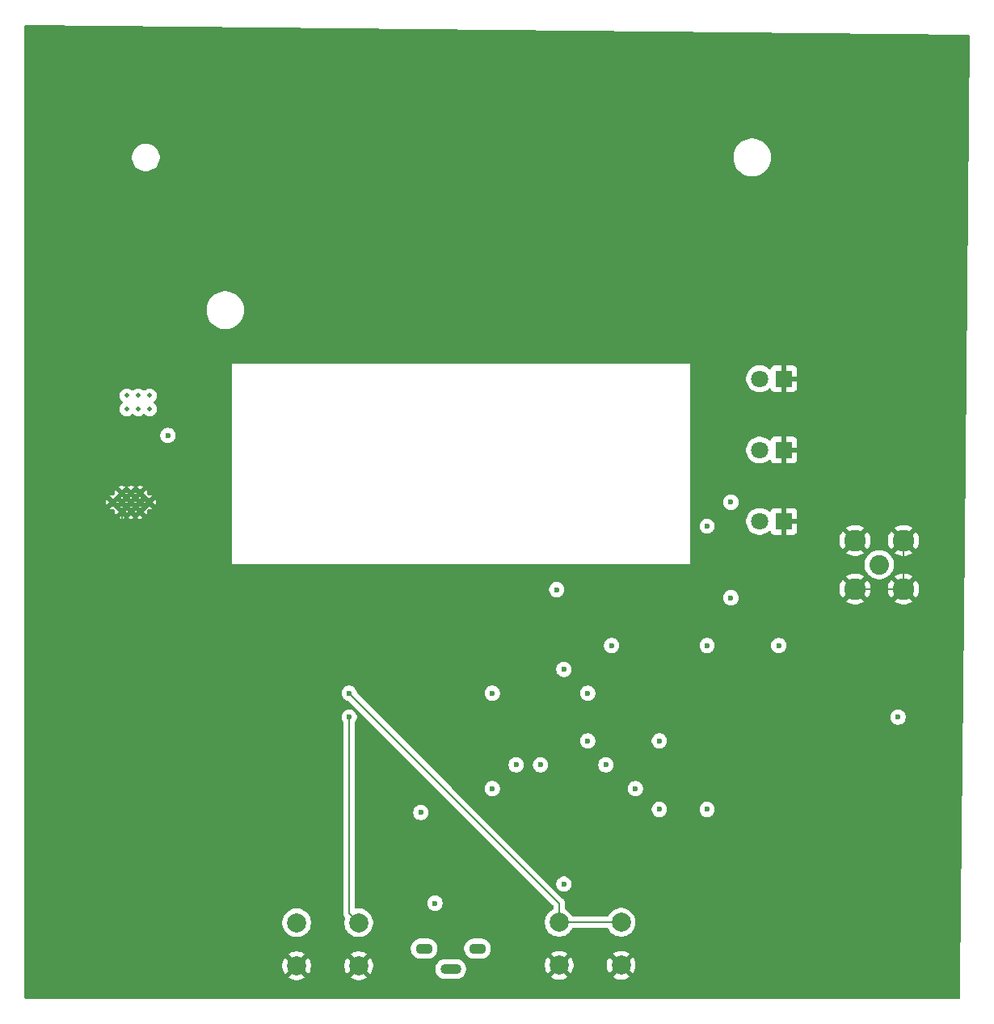
<source format=gbr>
%TF.GenerationSoftware,KiCad,Pcbnew,9.0.0*%
%TF.CreationDate,2025-07-02T16:13:02+05:30*%
%TF.ProjectId,ESP32 GPS + GSM Tracker,45535033-3220-4475-9053-202b2047534d,rev?*%
%TF.SameCoordinates,Original*%
%TF.FileFunction,Copper,L2,Inr*%
%TF.FilePolarity,Positive*%
%FSLAX46Y46*%
G04 Gerber Fmt 4.6, Leading zero omitted, Abs format (unit mm)*
G04 Created by KiCad (PCBNEW 9.0.0) date 2025-07-02 16:13:02*
%MOMM*%
%LPD*%
G01*
G04 APERTURE LIST*
%TA.AperFunction,ComponentPad*%
%ADD10R,1.800000X1.800000*%
%TD*%
%TA.AperFunction,ComponentPad*%
%ADD11C,1.800000*%
%TD*%
%TA.AperFunction,ComponentPad*%
%ADD12C,2.000000*%
%TD*%
%TA.AperFunction,HeatsinkPad*%
%ADD13C,0.600000*%
%TD*%
%TA.AperFunction,ComponentPad*%
%ADD14C,0.500000*%
%TD*%
%TA.AperFunction,HeatsinkPad*%
%ADD15O,1.800000X1.100000*%
%TD*%
%TA.AperFunction,HeatsinkPad*%
%ADD16O,2.200000X1.100000*%
%TD*%
%TA.AperFunction,HeatsinkPad*%
%ADD17C,0.500000*%
%TD*%
%TA.AperFunction,ComponentPad*%
%ADD18C,2.050000*%
%TD*%
%TA.AperFunction,ComponentPad*%
%ADD19C,2.250000*%
%TD*%
%TA.AperFunction,ViaPad*%
%ADD20C,0.600000*%
%TD*%
%TA.AperFunction,Conductor*%
%ADD21C,0.200000*%
%TD*%
G04 APERTURE END LIST*
D10*
%TO.N,GND*%
%TO.C,D2*%
X150540000Y-74530000D03*
D11*
%TO.N,Net-(D2-A)*%
X148000000Y-74530000D03*
%TD*%
D12*
%TO.N,Net-(U1-IO25)*%
%TO.C,SW2*%
X127000000Y-124000000D03*
X133500000Y-124000000D03*
%TO.N,GND*%
X127000000Y-128500000D03*
X133500000Y-128500000D03*
%TD*%
D13*
%TO.N,GND*%
%TO.C,U1*%
X114545000Y-94577500D03*
X114545000Y-96102500D03*
X115307500Y-93815000D03*
X115307500Y-95340000D03*
X115307500Y-96865000D03*
X116070000Y-94577500D03*
X116070000Y-96102500D03*
X116832500Y-93815000D03*
X116832500Y-95340000D03*
X116832500Y-96865000D03*
X117595000Y-94577500D03*
X117595000Y-96102500D03*
%TD*%
D14*
%TO.N,GND*%
%TO.C,U7*%
X81195000Y-80950000D03*
X82145000Y-80950000D03*
X83095000Y-80950000D03*
X80245000Y-80000000D03*
X81195000Y-80000000D03*
X82145000Y-80000000D03*
X83095000Y-80000000D03*
X84045000Y-80000000D03*
X81195000Y-79050000D03*
X82145000Y-79050000D03*
X83095000Y-79050000D03*
%TD*%
D12*
%TO.N,Net-(U1-IO26)*%
%TO.C,SW3*%
X99500000Y-124050000D03*
X106000000Y-124050000D03*
%TO.N,GND*%
X99500000Y-128550000D03*
X106000000Y-128550000D03*
%TD*%
D10*
%TO.N,GND*%
%TO.C,D3*%
X150540000Y-67060000D03*
D11*
%TO.N,Net-(D3-A)*%
X148000000Y-67060000D03*
%TD*%
D15*
%TO.N,unconnected-(J1-Shield-Pad6)_1*%
%TO.C,J1*%
X112850000Y-126750000D03*
D16*
%TO.N,unconnected-(J1-Shield-Pad6)*%
X115650000Y-128900000D03*
D15*
%TO.N,unconnected-(J1-Shield-Pad6)_2*%
X118450000Y-126750000D03*
%TD*%
D10*
%TO.N,GND*%
%TO.C,D1*%
X150540000Y-82000000D03*
D11*
%TO.N,Net-(D1-A)*%
X148000000Y-82000000D03*
%TD*%
D17*
%TO.N,unconnected-(U4-EPAD-Pad9)_2*%
%TO.C,U4*%
X81705000Y-70225000D03*
%TO.N,unconnected-(U4-EPAD-Pad9)_3*%
X82905000Y-70225000D03*
%TO.N,unconnected-(U4-EPAD-Pad9)*%
X84105000Y-70225000D03*
%TO.N,unconnected-(U4-EPAD-Pad9)_6*%
X81705000Y-68825000D03*
%TO.N,unconnected-(U4-EPAD-Pad9)_4*%
X82905000Y-68825000D03*
%TO.N,unconnected-(U4-EPAD-Pad9)_1*%
X84105000Y-68825000D03*
%TD*%
D18*
%TO.N,Net-(J2-In)*%
%TO.C,J2*%
X160540000Y-86540000D03*
D19*
%TO.N,GND*%
X163080000Y-84000000D03*
X158000000Y-84000000D03*
X163080000Y-89080000D03*
X158000000Y-89080000D03*
%TD*%
D20*
%TO.N,GND*%
X110000000Y-95000000D03*
X81000000Y-85000000D03*
X112500000Y-100000000D03*
X140000000Y-112176000D03*
X142500000Y-122500000D03*
%TO.N,/3.3V*%
X122500000Y-107500000D03*
X120000000Y-110000000D03*
%TO.N,/4V*%
X125049000Y-107500000D03*
X130000000Y-100000000D03*
X132500000Y-95000000D03*
X112500000Y-112500000D03*
X127500000Y-97500000D03*
%TO.N,Net-(D1-A)*%
X142500000Y-82500000D03*
X126750000Y-89148529D03*
%TO.N,Net-(J1-VBUS)*%
X114000000Y-122000000D03*
X86000000Y-73000000D03*
%TO.N,Net-(J2-In)*%
X145000000Y-90000000D03*
%TO.N,Net-(U2-UART1_RXD)*%
X142500000Y-112176000D03*
X137500000Y-112176000D03*
X131900000Y-107500000D03*
X135000000Y-110000000D03*
%TO.N,Net-(U1-IO27)*%
X120000000Y-100000000D03*
X130000000Y-105000000D03*
%TO.N,Net-(U2-NETLIGHT)*%
X162500000Y-102500000D03*
X137500000Y-105000000D03*
%TO.N,Net-(U2-~{PWRKEY})*%
X142500000Y-95000000D03*
X145000000Y-80000000D03*
%TO.N,Net-(U1-IO25)*%
X105000000Y-100000000D03*
%TO.N,Net-(U1-IO26)*%
X105000000Y-102500000D03*
%TO.N,Net-(U1-IO13)*%
X150000000Y-95000000D03*
X127500000Y-120000000D03*
%TD*%
D21*
%TO.N,GND*%
X81195000Y-80950000D02*
X81195000Y-84805000D01*
X163080000Y-89080000D02*
X158000000Y-89080000D01*
X150540000Y-67060000D02*
X150540000Y-74530000D01*
X150540000Y-82000000D02*
X156000000Y-82000000D01*
X156000000Y-82000000D02*
X158000000Y-84000000D01*
X150540000Y-74530000D02*
X150540000Y-82000000D01*
X163080000Y-84000000D02*
X163080000Y-89080000D01*
X81195000Y-84805000D02*
X81000000Y-85000000D01*
%TO.N,Net-(U1-IO25)*%
X127000000Y-124000000D02*
X133500000Y-124000000D01*
X127000000Y-124000000D02*
X127000000Y-122000000D01*
X127000000Y-122000000D02*
X105000000Y-100000000D01*
%TO.N,Net-(U1-IO26)*%
X106000000Y-124050000D02*
X105000000Y-123050000D01*
X105000000Y-123050000D02*
X105000000Y-102500000D01*
%TD*%
%TA.AperFunction,Conductor*%
%TO.N,GND*%
G36*
X169876032Y-30998747D02*
G01*
X169942868Y-31019108D01*
X169988087Y-31072371D01*
X169998772Y-31123969D01*
X169473981Y-84127889D01*
X169020293Y-129950499D01*
X169001216Y-131877228D01*
X168980869Y-131944069D01*
X168927614Y-131989299D01*
X168877222Y-132000000D01*
X71124000Y-132000000D01*
X71056961Y-131980315D01*
X71011206Y-131927511D01*
X71000000Y-131876000D01*
X71000000Y-128431947D01*
X98000000Y-128431947D01*
X98000000Y-128668052D01*
X98036934Y-128901247D01*
X98109897Y-129125802D01*
X98217087Y-129336174D01*
X98277338Y-129419104D01*
X98277340Y-129419105D01*
X98976212Y-128720233D01*
X98987482Y-128762292D01*
X99059890Y-128887708D01*
X99162292Y-128990110D01*
X99287708Y-129062518D01*
X99329765Y-129073787D01*
X98630893Y-129772658D01*
X98713828Y-129832914D01*
X98924197Y-129940102D01*
X99148752Y-130013065D01*
X99148751Y-130013065D01*
X99381948Y-130050000D01*
X99618052Y-130050000D01*
X99851247Y-130013065D01*
X100075802Y-129940102D01*
X100286163Y-129832918D01*
X100286169Y-129832914D01*
X100369104Y-129772658D01*
X100369105Y-129772658D01*
X99670233Y-129073787D01*
X99712292Y-129062518D01*
X99837708Y-128990110D01*
X99940110Y-128887708D01*
X100012518Y-128762292D01*
X100023787Y-128720234D01*
X100722658Y-129419105D01*
X100722658Y-129419104D01*
X100782914Y-129336169D01*
X100782918Y-129336163D01*
X100890102Y-129125802D01*
X100963065Y-128901247D01*
X101000000Y-128668052D01*
X101000000Y-128431947D01*
X104500000Y-128431947D01*
X104500000Y-128668052D01*
X104536934Y-128901247D01*
X104609897Y-129125802D01*
X104717087Y-129336174D01*
X104777338Y-129419104D01*
X104777340Y-129419105D01*
X105476212Y-128720233D01*
X105487482Y-128762292D01*
X105559890Y-128887708D01*
X105662292Y-128990110D01*
X105787708Y-129062518D01*
X105829765Y-129073787D01*
X105130893Y-129772658D01*
X105213828Y-129832914D01*
X105424197Y-129940102D01*
X105648752Y-130013065D01*
X105648751Y-130013065D01*
X105881948Y-130050000D01*
X106118052Y-130050000D01*
X106351247Y-130013065D01*
X106575802Y-129940102D01*
X106786163Y-129832918D01*
X106786169Y-129832914D01*
X106869104Y-129772658D01*
X106869105Y-129772658D01*
X106170233Y-129073787D01*
X106212292Y-129062518D01*
X106337708Y-128990110D01*
X106440110Y-128887708D01*
X106512518Y-128762292D01*
X106523787Y-128720234D01*
X107222658Y-129419105D01*
X107222658Y-129419104D01*
X107282914Y-129336169D01*
X107282918Y-129336163D01*
X107390102Y-129125802D01*
X107463065Y-128901247D01*
X107479651Y-128796530D01*
X114049500Y-128796530D01*
X114049500Y-129003469D01*
X114073834Y-129125802D01*
X114089870Y-129206420D01*
X114169059Y-129397598D01*
X114226541Y-129483626D01*
X114284024Y-129569657D01*
X114430342Y-129715975D01*
X114430345Y-129715977D01*
X114602402Y-129830941D01*
X114793580Y-129910130D01*
X114996530Y-129950499D01*
X114996534Y-129950500D01*
X114996535Y-129950500D01*
X116303466Y-129950500D01*
X116303467Y-129950499D01*
X116506420Y-129910130D01*
X116697598Y-129830941D01*
X116869655Y-129715977D01*
X116869658Y-129715974D01*
X116997915Y-129587718D01*
X117015974Y-129569658D01*
X117015975Y-129569657D01*
X117015977Y-129569655D01*
X117130941Y-129397598D01*
X117210130Y-129206420D01*
X117250500Y-129003465D01*
X117250500Y-128796535D01*
X117210130Y-128593580D01*
X117138884Y-128421580D01*
X117130943Y-128402405D01*
X117117273Y-128381947D01*
X125500000Y-128381947D01*
X125500000Y-128618052D01*
X125536934Y-128851247D01*
X125609897Y-129075802D01*
X125717087Y-129286174D01*
X125777338Y-129369104D01*
X125777340Y-129369105D01*
X126476212Y-128670233D01*
X126487482Y-128712292D01*
X126559890Y-128837708D01*
X126662292Y-128940110D01*
X126787708Y-129012518D01*
X126829765Y-129023787D01*
X126130893Y-129722658D01*
X126213828Y-129782914D01*
X126424197Y-129890102D01*
X126648752Y-129963065D01*
X126648751Y-129963065D01*
X126881948Y-130000000D01*
X127118052Y-130000000D01*
X127351247Y-129963065D01*
X127575802Y-129890102D01*
X127786163Y-129782918D01*
X127786169Y-129782914D01*
X127869104Y-129722658D01*
X127869105Y-129722658D01*
X127170233Y-129023787D01*
X127212292Y-129012518D01*
X127337708Y-128940110D01*
X127440110Y-128837708D01*
X127512518Y-128712292D01*
X127523787Y-128670234D01*
X128222658Y-129369105D01*
X128222658Y-129369104D01*
X128282914Y-129286169D01*
X128282918Y-129286163D01*
X128390102Y-129075802D01*
X128463065Y-128851247D01*
X128500000Y-128618052D01*
X128500000Y-128381947D01*
X132000000Y-128381947D01*
X132000000Y-128618052D01*
X132036934Y-128851247D01*
X132109897Y-129075802D01*
X132217087Y-129286174D01*
X132277338Y-129369104D01*
X132277340Y-129369105D01*
X132976212Y-128670233D01*
X132987482Y-128712292D01*
X133059890Y-128837708D01*
X133162292Y-128940110D01*
X133287708Y-129012518D01*
X133329765Y-129023787D01*
X132630893Y-129722658D01*
X132713828Y-129782914D01*
X132924197Y-129890102D01*
X133148752Y-129963065D01*
X133148751Y-129963065D01*
X133381948Y-130000000D01*
X133618052Y-130000000D01*
X133851247Y-129963065D01*
X134075802Y-129890102D01*
X134286163Y-129782918D01*
X134286169Y-129782914D01*
X134369104Y-129722658D01*
X134369105Y-129722658D01*
X133670233Y-129023787D01*
X133712292Y-129012518D01*
X133837708Y-128940110D01*
X133940110Y-128837708D01*
X134012518Y-128712292D01*
X134023787Y-128670234D01*
X134722658Y-129369105D01*
X134722658Y-129369104D01*
X134782914Y-129286169D01*
X134782918Y-129286163D01*
X134890102Y-129075802D01*
X134963065Y-128851247D01*
X135000000Y-128618052D01*
X135000000Y-128381947D01*
X134963065Y-128148752D01*
X134890102Y-127924197D01*
X134782914Y-127713828D01*
X134722658Y-127630894D01*
X134722658Y-127630893D01*
X134023787Y-128329765D01*
X134012518Y-128287708D01*
X133940110Y-128162292D01*
X133837708Y-128059890D01*
X133712292Y-127987482D01*
X133670234Y-127976212D01*
X134369105Y-127277340D01*
X134369104Y-127277338D01*
X134286174Y-127217087D01*
X134075802Y-127109897D01*
X133851247Y-127036934D01*
X133851248Y-127036934D01*
X133618052Y-127000000D01*
X133381948Y-127000000D01*
X133148752Y-127036934D01*
X132924197Y-127109897D01*
X132713830Y-127217084D01*
X132630894Y-127277340D01*
X133329766Y-127976212D01*
X133287708Y-127987482D01*
X133162292Y-128059890D01*
X133059890Y-128162292D01*
X132987482Y-128287708D01*
X132976212Y-128329766D01*
X132277340Y-127630894D01*
X132217084Y-127713830D01*
X132109897Y-127924197D01*
X132036934Y-128148752D01*
X132000000Y-128381947D01*
X128500000Y-128381947D01*
X128463065Y-128148752D01*
X128390102Y-127924197D01*
X128282914Y-127713828D01*
X128222658Y-127630894D01*
X128222658Y-127630893D01*
X127523787Y-128329765D01*
X127512518Y-128287708D01*
X127440110Y-128162292D01*
X127337708Y-128059890D01*
X127212292Y-127987482D01*
X127170234Y-127976212D01*
X127869105Y-127277340D01*
X127869104Y-127277339D01*
X127786174Y-127217087D01*
X127575802Y-127109897D01*
X127351247Y-127036934D01*
X127351248Y-127036934D01*
X127118052Y-127000000D01*
X126881948Y-127000000D01*
X126648752Y-127036934D01*
X126424197Y-127109897D01*
X126213830Y-127217084D01*
X126130894Y-127277340D01*
X126829766Y-127976212D01*
X126787708Y-127987482D01*
X126662292Y-128059890D01*
X126559890Y-128162292D01*
X126487482Y-128287708D01*
X126476212Y-128329766D01*
X125777340Y-127630894D01*
X125717084Y-127713830D01*
X125609897Y-127924197D01*
X125536934Y-128148752D01*
X125500000Y-128381947D01*
X117117273Y-128381947D01*
X117015977Y-128230345D01*
X117015975Y-128230342D01*
X116869657Y-128084024D01*
X116725170Y-127987482D01*
X116697598Y-127969059D01*
X116506420Y-127889870D01*
X116506412Y-127889868D01*
X116303469Y-127849500D01*
X116303465Y-127849500D01*
X114996535Y-127849500D01*
X114996530Y-127849500D01*
X114793587Y-127889868D01*
X114793579Y-127889870D01*
X114602403Y-127969058D01*
X114430342Y-128084024D01*
X114284024Y-128230342D01*
X114169058Y-128402403D01*
X114089870Y-128593579D01*
X114089868Y-128593587D01*
X114049500Y-128796530D01*
X107479651Y-128796530D01*
X107483688Y-128771045D01*
X107483688Y-128771044D01*
X107500000Y-128668053D01*
X107500000Y-128431947D01*
X107463065Y-128198752D01*
X107390102Y-127974197D01*
X107282914Y-127763828D01*
X107222658Y-127680894D01*
X107222658Y-127680893D01*
X106523787Y-128379765D01*
X106512518Y-128337708D01*
X106440110Y-128212292D01*
X106337708Y-128109890D01*
X106212292Y-128037482D01*
X106170234Y-128026212D01*
X106869105Y-127327340D01*
X106869104Y-127327338D01*
X106786174Y-127267087D01*
X106575802Y-127159897D01*
X106351247Y-127086934D01*
X106351248Y-127086934D01*
X106118052Y-127050000D01*
X105881948Y-127050000D01*
X105648752Y-127086934D01*
X105424197Y-127159897D01*
X105213830Y-127267084D01*
X105130894Y-127327340D01*
X105829766Y-128026212D01*
X105787708Y-128037482D01*
X105662292Y-128109890D01*
X105559890Y-128212292D01*
X105487482Y-128337708D01*
X105476212Y-128379766D01*
X104777340Y-127680894D01*
X104717084Y-127763830D01*
X104609897Y-127974197D01*
X104536934Y-128198752D01*
X104500000Y-128431947D01*
X101000000Y-128431947D01*
X100963065Y-128198752D01*
X100890102Y-127974197D01*
X100782914Y-127763828D01*
X100722658Y-127680894D01*
X100722658Y-127680893D01*
X100023787Y-128379765D01*
X100012518Y-128337708D01*
X99940110Y-128212292D01*
X99837708Y-128109890D01*
X99712292Y-128037482D01*
X99670234Y-128026212D01*
X100369105Y-127327340D01*
X100369104Y-127327339D01*
X100286174Y-127267087D01*
X100075802Y-127159897D01*
X99851247Y-127086934D01*
X99851248Y-127086934D01*
X99618052Y-127050000D01*
X99381948Y-127050000D01*
X99148752Y-127086934D01*
X98924197Y-127159897D01*
X98713830Y-127267084D01*
X98630894Y-127327340D01*
X99329766Y-128026212D01*
X99287708Y-128037482D01*
X99162292Y-128109890D01*
X99059890Y-128212292D01*
X98987482Y-128337708D01*
X98976212Y-128379766D01*
X98277340Y-127680894D01*
X98217084Y-127763830D01*
X98109897Y-127974197D01*
X98036934Y-128198752D01*
X98000000Y-128431947D01*
X71000000Y-128431947D01*
X71000000Y-126646530D01*
X111449500Y-126646530D01*
X111449500Y-126853469D01*
X111489868Y-127056412D01*
X111489870Y-127056420D01*
X111556419Y-127217084D01*
X111569059Y-127247598D01*
X111588931Y-127277339D01*
X111684024Y-127419657D01*
X111830342Y-127565975D01*
X111830345Y-127565977D01*
X112002402Y-127680941D01*
X112193580Y-127760130D01*
X112396530Y-127800499D01*
X112396534Y-127800500D01*
X112396535Y-127800500D01*
X113303466Y-127800500D01*
X113303467Y-127800499D01*
X113506420Y-127760130D01*
X113697598Y-127680941D01*
X113869655Y-127565977D01*
X114015977Y-127419655D01*
X114130941Y-127247598D01*
X114210130Y-127056420D01*
X114250500Y-126853465D01*
X114250500Y-126646535D01*
X114250499Y-126646530D01*
X117049500Y-126646530D01*
X117049500Y-126853469D01*
X117089868Y-127056412D01*
X117089870Y-127056420D01*
X117156419Y-127217084D01*
X117169059Y-127247598D01*
X117188931Y-127277339D01*
X117284024Y-127419657D01*
X117430342Y-127565975D01*
X117430345Y-127565977D01*
X117602402Y-127680941D01*
X117793580Y-127760130D01*
X117996530Y-127800499D01*
X117996534Y-127800500D01*
X117996535Y-127800500D01*
X118903466Y-127800500D01*
X118903467Y-127800499D01*
X119106420Y-127760130D01*
X119297598Y-127680941D01*
X119469655Y-127565977D01*
X119615977Y-127419655D01*
X119730941Y-127247598D01*
X119810130Y-127056420D01*
X119850500Y-126853465D01*
X119850500Y-126646535D01*
X119810130Y-126443580D01*
X119730941Y-126252402D01*
X119615977Y-126080345D01*
X119615975Y-126080342D01*
X119469657Y-125934024D01*
X119383626Y-125876541D01*
X119297598Y-125819059D01*
X119106420Y-125739870D01*
X119106412Y-125739868D01*
X118903469Y-125699500D01*
X118903465Y-125699500D01*
X117996535Y-125699500D01*
X117996530Y-125699500D01*
X117793587Y-125739868D01*
X117793579Y-125739870D01*
X117602403Y-125819058D01*
X117430342Y-125934024D01*
X117284024Y-126080342D01*
X117169058Y-126252403D01*
X117089870Y-126443579D01*
X117089868Y-126443587D01*
X117049500Y-126646530D01*
X114250499Y-126646530D01*
X114210130Y-126443580D01*
X114130941Y-126252402D01*
X114015977Y-126080345D01*
X114015975Y-126080342D01*
X113869657Y-125934024D01*
X113783626Y-125876541D01*
X113697598Y-125819059D01*
X113506420Y-125739870D01*
X113506412Y-125739868D01*
X113303469Y-125699500D01*
X113303465Y-125699500D01*
X112396535Y-125699500D01*
X112396530Y-125699500D01*
X112193587Y-125739868D01*
X112193579Y-125739870D01*
X112002403Y-125819058D01*
X111830342Y-125934024D01*
X111684024Y-126080342D01*
X111569058Y-126252403D01*
X111489870Y-126443579D01*
X111489868Y-126443587D01*
X111449500Y-126646530D01*
X71000000Y-126646530D01*
X71000000Y-123931902D01*
X97999500Y-123931902D01*
X97999500Y-124168097D01*
X98036446Y-124401368D01*
X98109433Y-124625996D01*
X98216657Y-124836433D01*
X98355483Y-125027510D01*
X98522490Y-125194517D01*
X98713567Y-125333343D01*
X98812991Y-125384002D01*
X98924003Y-125440566D01*
X98924005Y-125440566D01*
X98924008Y-125440568D01*
X99044412Y-125479689D01*
X99148631Y-125513553D01*
X99381903Y-125550500D01*
X99381908Y-125550500D01*
X99618097Y-125550500D01*
X99851368Y-125513553D01*
X100075992Y-125440568D01*
X100286433Y-125333343D01*
X100477510Y-125194517D01*
X100644517Y-125027510D01*
X100783343Y-124836433D01*
X100890568Y-124625992D01*
X100963553Y-124401368D01*
X100971472Y-124351368D01*
X101000500Y-124168097D01*
X101000500Y-123931902D01*
X100963553Y-123698631D01*
X100890566Y-123474003D01*
X100817368Y-123330345D01*
X100783343Y-123263567D01*
X100644517Y-123072490D01*
X100477510Y-122905483D01*
X100286433Y-122766657D01*
X100075996Y-122659433D01*
X99851368Y-122586446D01*
X99618097Y-122549500D01*
X99618092Y-122549500D01*
X99381908Y-122549500D01*
X99381903Y-122549500D01*
X99148631Y-122586446D01*
X98924003Y-122659433D01*
X98713566Y-122766657D01*
X98666986Y-122800500D01*
X98522490Y-122905483D01*
X98522488Y-122905485D01*
X98522487Y-122905485D01*
X98355485Y-123072487D01*
X98355485Y-123072488D01*
X98355483Y-123072490D01*
X98314387Y-123129054D01*
X98216657Y-123263566D01*
X98109433Y-123474003D01*
X98036446Y-123698631D01*
X97999500Y-123931902D01*
X71000000Y-123931902D01*
X71000000Y-102421153D01*
X104199500Y-102421153D01*
X104199500Y-102578846D01*
X104230261Y-102733489D01*
X104230264Y-102733501D01*
X104290602Y-102879172D01*
X104290609Y-102879185D01*
X104378602Y-103010874D01*
X104399480Y-103077551D01*
X104399500Y-103079765D01*
X104399500Y-122963330D01*
X104399499Y-122963348D01*
X104399499Y-123129054D01*
X104399498Y-123129054D01*
X104440423Y-123281786D01*
X104440424Y-123281787D01*
X104468459Y-123330345D01*
X104519480Y-123418716D01*
X104519482Y-123418718D01*
X104547200Y-123446436D01*
X104580685Y-123507759D01*
X104577450Y-123572435D01*
X104536447Y-123698627D01*
X104536447Y-123698630D01*
X104499500Y-123931902D01*
X104499500Y-124168097D01*
X104536446Y-124401368D01*
X104609433Y-124625996D01*
X104716657Y-124836433D01*
X104855483Y-125027510D01*
X105022490Y-125194517D01*
X105213567Y-125333343D01*
X105312991Y-125384002D01*
X105424003Y-125440566D01*
X105424005Y-125440566D01*
X105424008Y-125440568D01*
X105544412Y-125479689D01*
X105648631Y-125513553D01*
X105881903Y-125550500D01*
X105881908Y-125550500D01*
X106118097Y-125550500D01*
X106351368Y-125513553D01*
X106575992Y-125440568D01*
X106786433Y-125333343D01*
X106977510Y-125194517D01*
X107144517Y-125027510D01*
X107283343Y-124836433D01*
X107390568Y-124625992D01*
X107463553Y-124401368D01*
X107471472Y-124351368D01*
X107500500Y-124168097D01*
X107500500Y-123931902D01*
X107463553Y-123698631D01*
X107390566Y-123474003D01*
X107317368Y-123330345D01*
X107283343Y-123263567D01*
X107144517Y-123072490D01*
X106977510Y-122905483D01*
X106786433Y-122766657D01*
X106575996Y-122659433D01*
X106351368Y-122586446D01*
X106118097Y-122549500D01*
X106118092Y-122549500D01*
X105881908Y-122549500D01*
X105881903Y-122549500D01*
X105743898Y-122571358D01*
X105674605Y-122562403D01*
X105621153Y-122517407D01*
X105600513Y-122450656D01*
X105600500Y-122448885D01*
X105600500Y-121921153D01*
X113199500Y-121921153D01*
X113199500Y-122078846D01*
X113230261Y-122233489D01*
X113230264Y-122233501D01*
X113290602Y-122379172D01*
X113290609Y-122379185D01*
X113378210Y-122510288D01*
X113378213Y-122510292D01*
X113489707Y-122621786D01*
X113489711Y-122621789D01*
X113620814Y-122709390D01*
X113620827Y-122709397D01*
X113759067Y-122766657D01*
X113766503Y-122769737D01*
X113921153Y-122800499D01*
X113921156Y-122800500D01*
X113921158Y-122800500D01*
X114078844Y-122800500D01*
X114078845Y-122800499D01*
X114233497Y-122769737D01*
X114346166Y-122723067D01*
X114379172Y-122709397D01*
X114379172Y-122709396D01*
X114379179Y-122709394D01*
X114510289Y-122621789D01*
X114621789Y-122510289D01*
X114709394Y-122379179D01*
X114769737Y-122233497D01*
X114800500Y-122078842D01*
X114800500Y-121921158D01*
X114800500Y-121921155D01*
X114800499Y-121921153D01*
X114800457Y-121920943D01*
X114769737Y-121766503D01*
X114769735Y-121766498D01*
X114709397Y-121620827D01*
X114709390Y-121620814D01*
X114621789Y-121489711D01*
X114621786Y-121489707D01*
X114510292Y-121378213D01*
X114510288Y-121378210D01*
X114379185Y-121290609D01*
X114379172Y-121290602D01*
X114233501Y-121230264D01*
X114233489Y-121230261D01*
X114078845Y-121199500D01*
X114078842Y-121199500D01*
X113921158Y-121199500D01*
X113921155Y-121199500D01*
X113766510Y-121230261D01*
X113766498Y-121230264D01*
X113620827Y-121290602D01*
X113620814Y-121290609D01*
X113489711Y-121378210D01*
X113489707Y-121378213D01*
X113378213Y-121489707D01*
X113378210Y-121489711D01*
X113290609Y-121620814D01*
X113290602Y-121620827D01*
X113230264Y-121766498D01*
X113230261Y-121766510D01*
X113199500Y-121921153D01*
X105600500Y-121921153D01*
X105600500Y-112421153D01*
X111699500Y-112421153D01*
X111699500Y-112578846D01*
X111730261Y-112733489D01*
X111730264Y-112733501D01*
X111790602Y-112879172D01*
X111790609Y-112879185D01*
X111878210Y-113010288D01*
X111878213Y-113010292D01*
X111989707Y-113121786D01*
X111989711Y-113121789D01*
X112120814Y-113209390D01*
X112120827Y-113209397D01*
X112266498Y-113269735D01*
X112266503Y-113269737D01*
X112421153Y-113300499D01*
X112421156Y-113300500D01*
X112421158Y-113300500D01*
X112578844Y-113300500D01*
X112578845Y-113300499D01*
X112733497Y-113269737D01*
X112879179Y-113209394D01*
X113010289Y-113121789D01*
X113121789Y-113010289D01*
X113209394Y-112879179D01*
X113269737Y-112733497D01*
X113300500Y-112578842D01*
X113300500Y-112421158D01*
X113300500Y-112421155D01*
X113300499Y-112421153D01*
X113269738Y-112266510D01*
X113269737Y-112266503D01*
X113264907Y-112254842D01*
X113209397Y-112120827D01*
X113209390Y-112120814D01*
X113121789Y-111989711D01*
X113121786Y-111989707D01*
X113010292Y-111878213D01*
X113010288Y-111878210D01*
X112879185Y-111790609D01*
X112879172Y-111790602D01*
X112733501Y-111730264D01*
X112733489Y-111730261D01*
X112578845Y-111699500D01*
X112578842Y-111699500D01*
X112421158Y-111699500D01*
X112421155Y-111699500D01*
X112266510Y-111730261D01*
X112266498Y-111730264D01*
X112120827Y-111790602D01*
X112120814Y-111790609D01*
X111989711Y-111878210D01*
X111989707Y-111878213D01*
X111878213Y-111989707D01*
X111878210Y-111989711D01*
X111790609Y-112120814D01*
X111790602Y-112120827D01*
X111730264Y-112266498D01*
X111730261Y-112266510D01*
X111699500Y-112421153D01*
X105600500Y-112421153D01*
X105600500Y-103079765D01*
X105620185Y-103012726D01*
X105621398Y-103010874D01*
X105709390Y-102879185D01*
X105709390Y-102879184D01*
X105709394Y-102879179D01*
X105769737Y-102733497D01*
X105800500Y-102578842D01*
X105800500Y-102421158D01*
X105800500Y-102421155D01*
X105800499Y-102421153D01*
X105769738Y-102266510D01*
X105769737Y-102266503D01*
X105769735Y-102266498D01*
X105709397Y-102120827D01*
X105709390Y-102120814D01*
X105621789Y-101989711D01*
X105621786Y-101989707D01*
X105510292Y-101878213D01*
X105510288Y-101878210D01*
X105379185Y-101790609D01*
X105379172Y-101790602D01*
X105233501Y-101730264D01*
X105233489Y-101730261D01*
X105078845Y-101699500D01*
X105078842Y-101699500D01*
X104921158Y-101699500D01*
X104921155Y-101699500D01*
X104766510Y-101730261D01*
X104766498Y-101730264D01*
X104620827Y-101790602D01*
X104620814Y-101790609D01*
X104489711Y-101878210D01*
X104489707Y-101878213D01*
X104378213Y-101989707D01*
X104378210Y-101989711D01*
X104290609Y-102120814D01*
X104290602Y-102120827D01*
X104230264Y-102266498D01*
X104230261Y-102266510D01*
X104199500Y-102421153D01*
X71000000Y-102421153D01*
X71000000Y-99921153D01*
X104199500Y-99921153D01*
X104199500Y-100078846D01*
X104230261Y-100233489D01*
X104230264Y-100233501D01*
X104290602Y-100379172D01*
X104290609Y-100379185D01*
X104378210Y-100510288D01*
X104378213Y-100510292D01*
X104489707Y-100621786D01*
X104489711Y-100621789D01*
X104620814Y-100709390D01*
X104620827Y-100709397D01*
X104766498Y-100769735D01*
X104766503Y-100769737D01*
X104831147Y-100782595D01*
X104921849Y-100800638D01*
X104983760Y-100833023D01*
X104985339Y-100834574D01*
X126363181Y-122212416D01*
X126377884Y-122239343D01*
X126394477Y-122265162D01*
X126395368Y-122271362D01*
X126396666Y-122273739D01*
X126399500Y-122300097D01*
X126399500Y-122545931D01*
X126379815Y-122612970D01*
X126331796Y-122656415D01*
X126213568Y-122716655D01*
X126140507Y-122769738D01*
X126022490Y-122855483D01*
X126022488Y-122855485D01*
X126022487Y-122855485D01*
X125855485Y-123022487D01*
X125855485Y-123022488D01*
X125855483Y-123022490D01*
X125819158Y-123072487D01*
X125716657Y-123213566D01*
X125609433Y-123424003D01*
X125536446Y-123648631D01*
X125499500Y-123881902D01*
X125499500Y-124118097D01*
X125536446Y-124351368D01*
X125609433Y-124575996D01*
X125716657Y-124786433D01*
X125855483Y-124977510D01*
X126022490Y-125144517D01*
X126213567Y-125283343D01*
X126311696Y-125333342D01*
X126424003Y-125390566D01*
X126424005Y-125390566D01*
X126424008Y-125390568D01*
X126544412Y-125429689D01*
X126648631Y-125463553D01*
X126881903Y-125500500D01*
X126881908Y-125500500D01*
X127118097Y-125500500D01*
X127351368Y-125463553D01*
X127422114Y-125440566D01*
X127575992Y-125390568D01*
X127786433Y-125283343D01*
X127977510Y-125144517D01*
X128144517Y-124977510D01*
X128283343Y-124786433D01*
X128343583Y-124668204D01*
X128391558Y-124617409D01*
X128454068Y-124600500D01*
X132045932Y-124600500D01*
X132112971Y-124620185D01*
X132156416Y-124668203D01*
X132216657Y-124786433D01*
X132355483Y-124977510D01*
X132522490Y-125144517D01*
X132713567Y-125283343D01*
X132811696Y-125333342D01*
X132924003Y-125390566D01*
X132924005Y-125390566D01*
X132924008Y-125390568D01*
X133044412Y-125429689D01*
X133148631Y-125463553D01*
X133381903Y-125500500D01*
X133381908Y-125500500D01*
X133618097Y-125500500D01*
X133851368Y-125463553D01*
X133922114Y-125440566D01*
X134075992Y-125390568D01*
X134286433Y-125283343D01*
X134477510Y-125144517D01*
X134644517Y-124977510D01*
X134783343Y-124786433D01*
X134890568Y-124575992D01*
X134963553Y-124351368D01*
X135000500Y-124118097D01*
X135000500Y-123881902D01*
X134963553Y-123648631D01*
X134890566Y-123424003D01*
X134783342Y-123213566D01*
X134644517Y-123022490D01*
X134477510Y-122855483D01*
X134286433Y-122716657D01*
X134286429Y-122716655D01*
X134075996Y-122609433D01*
X133851368Y-122536446D01*
X133618097Y-122499500D01*
X133618092Y-122499500D01*
X133381908Y-122499500D01*
X133381903Y-122499500D01*
X133148631Y-122536446D01*
X132924003Y-122609433D01*
X132713566Y-122716657D01*
X132640509Y-122769737D01*
X132522490Y-122855483D01*
X132522488Y-122855485D01*
X132522487Y-122855485D01*
X132355485Y-123022487D01*
X132355485Y-123022488D01*
X132355483Y-123022490D01*
X132319158Y-123072487D01*
X132216657Y-123213566D01*
X132191181Y-123263566D01*
X132157156Y-123330345D01*
X132156417Y-123331795D01*
X132108442Y-123382591D01*
X132045932Y-123399500D01*
X128454068Y-123399500D01*
X128387029Y-123379815D01*
X128343583Y-123331795D01*
X128283343Y-123213567D01*
X128144517Y-123022490D01*
X127977510Y-122855483D01*
X127859491Y-122769737D01*
X127786431Y-122716655D01*
X127668204Y-122656415D01*
X127617409Y-122608441D01*
X127600500Y-122545931D01*
X127600500Y-121920945D01*
X127600500Y-121920943D01*
X127559577Y-121768216D01*
X127558585Y-121766498D01*
X127480524Y-121631290D01*
X127480521Y-121631286D01*
X127480520Y-121631284D01*
X127368716Y-121519480D01*
X127368715Y-121519479D01*
X127364385Y-121515149D01*
X127364374Y-121515139D01*
X125770388Y-119921153D01*
X126699500Y-119921153D01*
X126699500Y-120078846D01*
X126730261Y-120233489D01*
X126730264Y-120233501D01*
X126790602Y-120379172D01*
X126790609Y-120379185D01*
X126878210Y-120510288D01*
X126878213Y-120510292D01*
X126989707Y-120621786D01*
X126989711Y-120621789D01*
X127120814Y-120709390D01*
X127120827Y-120709397D01*
X127266498Y-120769735D01*
X127266503Y-120769737D01*
X127421153Y-120800499D01*
X127421156Y-120800500D01*
X127421158Y-120800500D01*
X127578844Y-120800500D01*
X127578845Y-120800499D01*
X127733497Y-120769737D01*
X127879179Y-120709394D01*
X128010289Y-120621789D01*
X128121789Y-120510289D01*
X128209394Y-120379179D01*
X128269737Y-120233497D01*
X128300500Y-120078842D01*
X128300500Y-119921158D01*
X128300500Y-119921155D01*
X128300499Y-119921153D01*
X128269738Y-119766510D01*
X128269737Y-119766503D01*
X128269735Y-119766498D01*
X128209397Y-119620827D01*
X128209390Y-119620814D01*
X128121789Y-119489711D01*
X128121786Y-119489707D01*
X128010292Y-119378213D01*
X128010288Y-119378210D01*
X127879185Y-119290609D01*
X127879172Y-119290602D01*
X127733501Y-119230264D01*
X127733489Y-119230261D01*
X127578845Y-119199500D01*
X127578842Y-119199500D01*
X127421158Y-119199500D01*
X127421155Y-119199500D01*
X127266510Y-119230261D01*
X127266498Y-119230264D01*
X127120827Y-119290602D01*
X127120814Y-119290609D01*
X126989711Y-119378210D01*
X126989707Y-119378213D01*
X126878213Y-119489707D01*
X126878210Y-119489711D01*
X126790609Y-119620814D01*
X126790602Y-119620827D01*
X126730264Y-119766498D01*
X126730261Y-119766510D01*
X126699500Y-119921153D01*
X125770388Y-119921153D01*
X117946388Y-112097153D01*
X136699500Y-112097153D01*
X136699500Y-112254846D01*
X136730261Y-112409489D01*
X136730264Y-112409501D01*
X136790602Y-112555172D01*
X136790609Y-112555185D01*
X136878210Y-112686288D01*
X136878213Y-112686292D01*
X136989707Y-112797786D01*
X136989711Y-112797789D01*
X137120814Y-112885390D01*
X137120827Y-112885397D01*
X137266498Y-112945735D01*
X137266503Y-112945737D01*
X137421153Y-112976499D01*
X137421156Y-112976500D01*
X137421158Y-112976500D01*
X137578844Y-112976500D01*
X137578845Y-112976499D01*
X137733497Y-112945737D01*
X137879179Y-112885394D01*
X138010289Y-112797789D01*
X138121789Y-112686289D01*
X138209394Y-112555179D01*
X138269737Y-112409497D01*
X138300500Y-112254842D01*
X138300500Y-112097158D01*
X138300500Y-112097155D01*
X138300499Y-112097153D01*
X141699500Y-112097153D01*
X141699500Y-112254846D01*
X141730261Y-112409489D01*
X141730264Y-112409501D01*
X141790602Y-112555172D01*
X141790609Y-112555185D01*
X141878210Y-112686288D01*
X141878213Y-112686292D01*
X141989707Y-112797786D01*
X141989711Y-112797789D01*
X142120814Y-112885390D01*
X142120827Y-112885397D01*
X142266498Y-112945735D01*
X142266503Y-112945737D01*
X142421153Y-112976499D01*
X142421156Y-112976500D01*
X142421158Y-112976500D01*
X142578844Y-112976500D01*
X142578845Y-112976499D01*
X142733497Y-112945737D01*
X142879179Y-112885394D01*
X143010289Y-112797789D01*
X143121789Y-112686289D01*
X143209394Y-112555179D01*
X143269737Y-112409497D01*
X143300500Y-112254842D01*
X143300500Y-112097158D01*
X143300500Y-112097155D01*
X143300499Y-112097153D01*
X143279127Y-111989711D01*
X143269737Y-111942503D01*
X143269735Y-111942498D01*
X143209397Y-111796827D01*
X143209390Y-111796814D01*
X143121789Y-111665711D01*
X143121786Y-111665707D01*
X143010292Y-111554213D01*
X143010288Y-111554210D01*
X142879185Y-111466609D01*
X142879172Y-111466602D01*
X142733501Y-111406264D01*
X142733489Y-111406261D01*
X142578845Y-111375500D01*
X142578842Y-111375500D01*
X142421158Y-111375500D01*
X142421155Y-111375500D01*
X142266510Y-111406261D01*
X142266498Y-111406264D01*
X142120827Y-111466602D01*
X142120814Y-111466609D01*
X141989711Y-111554210D01*
X141989707Y-111554213D01*
X141878213Y-111665707D01*
X141878210Y-111665711D01*
X141790609Y-111796814D01*
X141790602Y-111796827D01*
X141730264Y-111942498D01*
X141730261Y-111942510D01*
X141699500Y-112097153D01*
X138300499Y-112097153D01*
X138279127Y-111989711D01*
X138269737Y-111942503D01*
X138269735Y-111942498D01*
X138209397Y-111796827D01*
X138209390Y-111796814D01*
X138121789Y-111665711D01*
X138121786Y-111665707D01*
X138010292Y-111554213D01*
X138010288Y-111554210D01*
X137879185Y-111466609D01*
X137879172Y-111466602D01*
X137733501Y-111406264D01*
X137733489Y-111406261D01*
X137578845Y-111375500D01*
X137578842Y-111375500D01*
X137421158Y-111375500D01*
X137421155Y-111375500D01*
X137266510Y-111406261D01*
X137266498Y-111406264D01*
X137120827Y-111466602D01*
X137120814Y-111466609D01*
X136989711Y-111554210D01*
X136989707Y-111554213D01*
X136878213Y-111665707D01*
X136878210Y-111665711D01*
X136790609Y-111796814D01*
X136790602Y-111796827D01*
X136730264Y-111942498D01*
X136730261Y-111942510D01*
X136699500Y-112097153D01*
X117946388Y-112097153D01*
X115770388Y-109921153D01*
X119199500Y-109921153D01*
X119199500Y-110078846D01*
X119230261Y-110233489D01*
X119230264Y-110233501D01*
X119290602Y-110379172D01*
X119290609Y-110379185D01*
X119378210Y-110510288D01*
X119378213Y-110510292D01*
X119489707Y-110621786D01*
X119489711Y-110621789D01*
X119620814Y-110709390D01*
X119620827Y-110709397D01*
X119766498Y-110769735D01*
X119766503Y-110769737D01*
X119921153Y-110800499D01*
X119921156Y-110800500D01*
X119921158Y-110800500D01*
X120078844Y-110800500D01*
X120078845Y-110800499D01*
X120233497Y-110769737D01*
X120379179Y-110709394D01*
X120510289Y-110621789D01*
X120621789Y-110510289D01*
X120709394Y-110379179D01*
X120769737Y-110233497D01*
X120800500Y-110078842D01*
X120800500Y-109921158D01*
X120800500Y-109921155D01*
X120800499Y-109921153D01*
X134199500Y-109921153D01*
X134199500Y-110078846D01*
X134230261Y-110233489D01*
X134230264Y-110233501D01*
X134290602Y-110379172D01*
X134290609Y-110379185D01*
X134378210Y-110510288D01*
X134378213Y-110510292D01*
X134489707Y-110621786D01*
X134489711Y-110621789D01*
X134620814Y-110709390D01*
X134620827Y-110709397D01*
X134766498Y-110769735D01*
X134766503Y-110769737D01*
X134921153Y-110800499D01*
X134921156Y-110800500D01*
X134921158Y-110800500D01*
X135078844Y-110800500D01*
X135078845Y-110800499D01*
X135233497Y-110769737D01*
X135379179Y-110709394D01*
X135510289Y-110621789D01*
X135621789Y-110510289D01*
X135709394Y-110379179D01*
X135769737Y-110233497D01*
X135800500Y-110078842D01*
X135800500Y-109921158D01*
X135800500Y-109921155D01*
X135800499Y-109921153D01*
X135769738Y-109766510D01*
X135769737Y-109766503D01*
X135769735Y-109766498D01*
X135709397Y-109620827D01*
X135709390Y-109620814D01*
X135621789Y-109489711D01*
X135621786Y-109489707D01*
X135510292Y-109378213D01*
X135510288Y-109378210D01*
X135379185Y-109290609D01*
X135379172Y-109290602D01*
X135233501Y-109230264D01*
X135233489Y-109230261D01*
X135078845Y-109199500D01*
X135078842Y-109199500D01*
X134921158Y-109199500D01*
X134921155Y-109199500D01*
X134766510Y-109230261D01*
X134766498Y-109230264D01*
X134620827Y-109290602D01*
X134620814Y-109290609D01*
X134489711Y-109378210D01*
X134489707Y-109378213D01*
X134378213Y-109489707D01*
X134378210Y-109489711D01*
X134290609Y-109620814D01*
X134290602Y-109620827D01*
X134230264Y-109766498D01*
X134230261Y-109766510D01*
X134199500Y-109921153D01*
X120800499Y-109921153D01*
X120769738Y-109766510D01*
X120769737Y-109766503D01*
X120769735Y-109766498D01*
X120709397Y-109620827D01*
X120709390Y-109620814D01*
X120621789Y-109489711D01*
X120621786Y-109489707D01*
X120510292Y-109378213D01*
X120510288Y-109378210D01*
X120379185Y-109290609D01*
X120379172Y-109290602D01*
X120233501Y-109230264D01*
X120233489Y-109230261D01*
X120078845Y-109199500D01*
X120078842Y-109199500D01*
X119921158Y-109199500D01*
X119921155Y-109199500D01*
X119766510Y-109230261D01*
X119766498Y-109230264D01*
X119620827Y-109290602D01*
X119620814Y-109290609D01*
X119489711Y-109378210D01*
X119489707Y-109378213D01*
X119378213Y-109489707D01*
X119378210Y-109489711D01*
X119290609Y-109620814D01*
X119290602Y-109620827D01*
X119230264Y-109766498D01*
X119230261Y-109766510D01*
X119199500Y-109921153D01*
X115770388Y-109921153D01*
X113270388Y-107421153D01*
X121699500Y-107421153D01*
X121699500Y-107578846D01*
X121730261Y-107733489D01*
X121730264Y-107733501D01*
X121790602Y-107879172D01*
X121790609Y-107879185D01*
X121878210Y-108010288D01*
X121878213Y-108010292D01*
X121989707Y-108121786D01*
X121989711Y-108121789D01*
X122120814Y-108209390D01*
X122120827Y-108209397D01*
X122266498Y-108269735D01*
X122266503Y-108269737D01*
X122421153Y-108300499D01*
X122421156Y-108300500D01*
X122421158Y-108300500D01*
X122578844Y-108300500D01*
X122578845Y-108300499D01*
X122733497Y-108269737D01*
X122879179Y-108209394D01*
X123010289Y-108121789D01*
X123121789Y-108010289D01*
X123209394Y-107879179D01*
X123269737Y-107733497D01*
X123300500Y-107578842D01*
X123300500Y-107421158D01*
X123300500Y-107421155D01*
X123300499Y-107421153D01*
X124248500Y-107421153D01*
X124248500Y-107578846D01*
X124279261Y-107733489D01*
X124279264Y-107733501D01*
X124339602Y-107879172D01*
X124339609Y-107879185D01*
X124427210Y-108010288D01*
X124427213Y-108010292D01*
X124538707Y-108121786D01*
X124538711Y-108121789D01*
X124669814Y-108209390D01*
X124669827Y-108209397D01*
X124815498Y-108269735D01*
X124815503Y-108269737D01*
X124970153Y-108300499D01*
X124970156Y-108300500D01*
X124970158Y-108300500D01*
X125127844Y-108300500D01*
X125127845Y-108300499D01*
X125282497Y-108269737D01*
X125428179Y-108209394D01*
X125559289Y-108121789D01*
X125670789Y-108010289D01*
X125758394Y-107879179D01*
X125818737Y-107733497D01*
X125849500Y-107578842D01*
X125849500Y-107421158D01*
X125849500Y-107421155D01*
X125849499Y-107421153D01*
X131099500Y-107421153D01*
X131099500Y-107578846D01*
X131130261Y-107733489D01*
X131130264Y-107733501D01*
X131190602Y-107879172D01*
X131190609Y-107879185D01*
X131278210Y-108010288D01*
X131278213Y-108010292D01*
X131389707Y-108121786D01*
X131389711Y-108121789D01*
X131520814Y-108209390D01*
X131520827Y-108209397D01*
X131666498Y-108269735D01*
X131666503Y-108269737D01*
X131821153Y-108300499D01*
X131821156Y-108300500D01*
X131821158Y-108300500D01*
X131978844Y-108300500D01*
X131978845Y-108300499D01*
X132133497Y-108269737D01*
X132279179Y-108209394D01*
X132410289Y-108121789D01*
X132521789Y-108010289D01*
X132609394Y-107879179D01*
X132669737Y-107733497D01*
X132700500Y-107578842D01*
X132700500Y-107421158D01*
X132700500Y-107421155D01*
X132700499Y-107421153D01*
X132669738Y-107266510D01*
X132669737Y-107266503D01*
X132669735Y-107266498D01*
X132609397Y-107120827D01*
X132609390Y-107120814D01*
X132521789Y-106989711D01*
X132521786Y-106989707D01*
X132410292Y-106878213D01*
X132410288Y-106878210D01*
X132279185Y-106790609D01*
X132279172Y-106790602D01*
X132133501Y-106730264D01*
X132133489Y-106730261D01*
X131978845Y-106699500D01*
X131978842Y-106699500D01*
X131821158Y-106699500D01*
X131821155Y-106699500D01*
X131666510Y-106730261D01*
X131666498Y-106730264D01*
X131520827Y-106790602D01*
X131520814Y-106790609D01*
X131389711Y-106878210D01*
X131389707Y-106878213D01*
X131278213Y-106989707D01*
X131278210Y-106989711D01*
X131190609Y-107120814D01*
X131190602Y-107120827D01*
X131130264Y-107266498D01*
X131130261Y-107266510D01*
X131099500Y-107421153D01*
X125849499Y-107421153D01*
X125818738Y-107266510D01*
X125818737Y-107266503D01*
X125818735Y-107266498D01*
X125758397Y-107120827D01*
X125758390Y-107120814D01*
X125670789Y-106989711D01*
X125670786Y-106989707D01*
X125559292Y-106878213D01*
X125559288Y-106878210D01*
X125428185Y-106790609D01*
X125428172Y-106790602D01*
X125282501Y-106730264D01*
X125282489Y-106730261D01*
X125127845Y-106699500D01*
X125127842Y-106699500D01*
X124970158Y-106699500D01*
X124970155Y-106699500D01*
X124815510Y-106730261D01*
X124815498Y-106730264D01*
X124669827Y-106790602D01*
X124669814Y-106790609D01*
X124538711Y-106878210D01*
X124538707Y-106878213D01*
X124427213Y-106989707D01*
X124427210Y-106989711D01*
X124339609Y-107120814D01*
X124339602Y-107120827D01*
X124279264Y-107266498D01*
X124279261Y-107266510D01*
X124248500Y-107421153D01*
X123300499Y-107421153D01*
X123269738Y-107266510D01*
X123269737Y-107266503D01*
X123269735Y-107266498D01*
X123209397Y-107120827D01*
X123209390Y-107120814D01*
X123121789Y-106989711D01*
X123121786Y-106989707D01*
X123010292Y-106878213D01*
X123010288Y-106878210D01*
X122879185Y-106790609D01*
X122879172Y-106790602D01*
X122733501Y-106730264D01*
X122733489Y-106730261D01*
X122578845Y-106699500D01*
X122578842Y-106699500D01*
X122421158Y-106699500D01*
X122421155Y-106699500D01*
X122266510Y-106730261D01*
X122266498Y-106730264D01*
X122120827Y-106790602D01*
X122120814Y-106790609D01*
X121989711Y-106878210D01*
X121989707Y-106878213D01*
X121878213Y-106989707D01*
X121878210Y-106989711D01*
X121790609Y-107120814D01*
X121790602Y-107120827D01*
X121730264Y-107266498D01*
X121730261Y-107266510D01*
X121699500Y-107421153D01*
X113270388Y-107421153D01*
X110770388Y-104921153D01*
X129199500Y-104921153D01*
X129199500Y-105078846D01*
X129230261Y-105233489D01*
X129230264Y-105233501D01*
X129290602Y-105379172D01*
X129290609Y-105379185D01*
X129378210Y-105510288D01*
X129378213Y-105510292D01*
X129489707Y-105621786D01*
X129489711Y-105621789D01*
X129620814Y-105709390D01*
X129620827Y-105709397D01*
X129766498Y-105769735D01*
X129766503Y-105769737D01*
X129921153Y-105800499D01*
X129921156Y-105800500D01*
X129921158Y-105800500D01*
X130078844Y-105800500D01*
X130078845Y-105800499D01*
X130233497Y-105769737D01*
X130379179Y-105709394D01*
X130510289Y-105621789D01*
X130621789Y-105510289D01*
X130709394Y-105379179D01*
X130769737Y-105233497D01*
X130800500Y-105078842D01*
X130800500Y-104921158D01*
X130800500Y-104921155D01*
X130800499Y-104921153D01*
X136699500Y-104921153D01*
X136699500Y-105078846D01*
X136730261Y-105233489D01*
X136730264Y-105233501D01*
X136790602Y-105379172D01*
X136790609Y-105379185D01*
X136878210Y-105510288D01*
X136878213Y-105510292D01*
X136989707Y-105621786D01*
X136989711Y-105621789D01*
X137120814Y-105709390D01*
X137120827Y-105709397D01*
X137266498Y-105769735D01*
X137266503Y-105769737D01*
X137421153Y-105800499D01*
X137421156Y-105800500D01*
X137421158Y-105800500D01*
X137578844Y-105800500D01*
X137578845Y-105800499D01*
X137733497Y-105769737D01*
X137879179Y-105709394D01*
X138010289Y-105621789D01*
X138121789Y-105510289D01*
X138209394Y-105379179D01*
X138269737Y-105233497D01*
X138300500Y-105078842D01*
X138300500Y-104921158D01*
X138300500Y-104921155D01*
X138300499Y-104921153D01*
X138269738Y-104766510D01*
X138269737Y-104766503D01*
X138269735Y-104766498D01*
X138209397Y-104620827D01*
X138209390Y-104620814D01*
X138121789Y-104489711D01*
X138121786Y-104489707D01*
X138010292Y-104378213D01*
X138010288Y-104378210D01*
X137879185Y-104290609D01*
X137879172Y-104290602D01*
X137733501Y-104230264D01*
X137733489Y-104230261D01*
X137578845Y-104199500D01*
X137578842Y-104199500D01*
X137421158Y-104199500D01*
X137421155Y-104199500D01*
X137266510Y-104230261D01*
X137266498Y-104230264D01*
X137120827Y-104290602D01*
X137120814Y-104290609D01*
X136989711Y-104378210D01*
X136989707Y-104378213D01*
X136878213Y-104489707D01*
X136878210Y-104489711D01*
X136790609Y-104620814D01*
X136790602Y-104620827D01*
X136730264Y-104766498D01*
X136730261Y-104766510D01*
X136699500Y-104921153D01*
X130800499Y-104921153D01*
X130769738Y-104766510D01*
X130769737Y-104766503D01*
X130769735Y-104766498D01*
X130709397Y-104620827D01*
X130709390Y-104620814D01*
X130621789Y-104489711D01*
X130621786Y-104489707D01*
X130510292Y-104378213D01*
X130510288Y-104378210D01*
X130379185Y-104290609D01*
X130379172Y-104290602D01*
X130233501Y-104230264D01*
X130233489Y-104230261D01*
X130078845Y-104199500D01*
X130078842Y-104199500D01*
X129921158Y-104199500D01*
X129921155Y-104199500D01*
X129766510Y-104230261D01*
X129766498Y-104230264D01*
X129620827Y-104290602D01*
X129620814Y-104290609D01*
X129489711Y-104378210D01*
X129489707Y-104378213D01*
X129378213Y-104489707D01*
X129378210Y-104489711D01*
X129290609Y-104620814D01*
X129290602Y-104620827D01*
X129230264Y-104766498D01*
X129230261Y-104766510D01*
X129199500Y-104921153D01*
X110770388Y-104921153D01*
X108270388Y-102421153D01*
X161699500Y-102421153D01*
X161699500Y-102578846D01*
X161730261Y-102733489D01*
X161730264Y-102733501D01*
X161790602Y-102879172D01*
X161790609Y-102879185D01*
X161878210Y-103010288D01*
X161878213Y-103010292D01*
X161989707Y-103121786D01*
X161989711Y-103121789D01*
X162120814Y-103209390D01*
X162120827Y-103209397D01*
X162266498Y-103269735D01*
X162266503Y-103269737D01*
X162421153Y-103300499D01*
X162421156Y-103300500D01*
X162421158Y-103300500D01*
X162578844Y-103300500D01*
X162578845Y-103300499D01*
X162733497Y-103269737D01*
X162879179Y-103209394D01*
X163010289Y-103121789D01*
X163121789Y-103010289D01*
X163209394Y-102879179D01*
X163269737Y-102733497D01*
X163300500Y-102578842D01*
X163300500Y-102421158D01*
X163300500Y-102421155D01*
X163300499Y-102421153D01*
X163269738Y-102266510D01*
X163269737Y-102266503D01*
X163269735Y-102266498D01*
X163209397Y-102120827D01*
X163209390Y-102120814D01*
X163121789Y-101989711D01*
X163121786Y-101989707D01*
X163010292Y-101878213D01*
X163010288Y-101878210D01*
X162879185Y-101790609D01*
X162879172Y-101790602D01*
X162733501Y-101730264D01*
X162733489Y-101730261D01*
X162578845Y-101699500D01*
X162578842Y-101699500D01*
X162421158Y-101699500D01*
X162421155Y-101699500D01*
X162266510Y-101730261D01*
X162266498Y-101730264D01*
X162120827Y-101790602D01*
X162120814Y-101790609D01*
X161989711Y-101878210D01*
X161989707Y-101878213D01*
X161878213Y-101989707D01*
X161878210Y-101989711D01*
X161790609Y-102120814D01*
X161790602Y-102120827D01*
X161730264Y-102266498D01*
X161730261Y-102266510D01*
X161699500Y-102421153D01*
X108270388Y-102421153D01*
X105834574Y-99985339D01*
X105801089Y-99924016D01*
X105800638Y-99921849D01*
X105800500Y-99921153D01*
X119199500Y-99921153D01*
X119199500Y-100078846D01*
X119230261Y-100233489D01*
X119230264Y-100233501D01*
X119290602Y-100379172D01*
X119290609Y-100379185D01*
X119378210Y-100510288D01*
X119378213Y-100510292D01*
X119489707Y-100621786D01*
X119489711Y-100621789D01*
X119620814Y-100709390D01*
X119620827Y-100709397D01*
X119766498Y-100769735D01*
X119766503Y-100769737D01*
X119921153Y-100800499D01*
X119921156Y-100800500D01*
X119921158Y-100800500D01*
X120078844Y-100800500D01*
X120078845Y-100800499D01*
X120233497Y-100769737D01*
X120379179Y-100709394D01*
X120510289Y-100621789D01*
X120621789Y-100510289D01*
X120709394Y-100379179D01*
X120769737Y-100233497D01*
X120800500Y-100078842D01*
X120800500Y-99921158D01*
X120800500Y-99921155D01*
X120800499Y-99921153D01*
X129199500Y-99921153D01*
X129199500Y-100078846D01*
X129230261Y-100233489D01*
X129230264Y-100233501D01*
X129290602Y-100379172D01*
X129290609Y-100379185D01*
X129378210Y-100510288D01*
X129378213Y-100510292D01*
X129489707Y-100621786D01*
X129489711Y-100621789D01*
X129620814Y-100709390D01*
X129620827Y-100709397D01*
X129766498Y-100769735D01*
X129766503Y-100769737D01*
X129921153Y-100800499D01*
X129921156Y-100800500D01*
X129921158Y-100800500D01*
X130078844Y-100800500D01*
X130078845Y-100800499D01*
X130233497Y-100769737D01*
X130379179Y-100709394D01*
X130510289Y-100621789D01*
X130621789Y-100510289D01*
X130709394Y-100379179D01*
X130769737Y-100233497D01*
X130800500Y-100078842D01*
X130800500Y-99921158D01*
X130800500Y-99921155D01*
X130800499Y-99921153D01*
X130769738Y-99766510D01*
X130769737Y-99766503D01*
X130769735Y-99766498D01*
X130709397Y-99620827D01*
X130709390Y-99620814D01*
X130621789Y-99489711D01*
X130621786Y-99489707D01*
X130510292Y-99378213D01*
X130510288Y-99378210D01*
X130379185Y-99290609D01*
X130379172Y-99290602D01*
X130233501Y-99230264D01*
X130233489Y-99230261D01*
X130078845Y-99199500D01*
X130078842Y-99199500D01*
X129921158Y-99199500D01*
X129921155Y-99199500D01*
X129766510Y-99230261D01*
X129766498Y-99230264D01*
X129620827Y-99290602D01*
X129620814Y-99290609D01*
X129489711Y-99378210D01*
X129489707Y-99378213D01*
X129378213Y-99489707D01*
X129378210Y-99489711D01*
X129290609Y-99620814D01*
X129290602Y-99620827D01*
X129230264Y-99766498D01*
X129230261Y-99766510D01*
X129199500Y-99921153D01*
X120800499Y-99921153D01*
X120769738Y-99766510D01*
X120769737Y-99766503D01*
X120769735Y-99766498D01*
X120709397Y-99620827D01*
X120709390Y-99620814D01*
X120621789Y-99489711D01*
X120621786Y-99489707D01*
X120510292Y-99378213D01*
X120510288Y-99378210D01*
X120379185Y-99290609D01*
X120379172Y-99290602D01*
X120233501Y-99230264D01*
X120233489Y-99230261D01*
X120078845Y-99199500D01*
X120078842Y-99199500D01*
X119921158Y-99199500D01*
X119921155Y-99199500D01*
X119766510Y-99230261D01*
X119766498Y-99230264D01*
X119620827Y-99290602D01*
X119620814Y-99290609D01*
X119489711Y-99378210D01*
X119489707Y-99378213D01*
X119378213Y-99489707D01*
X119378210Y-99489711D01*
X119290609Y-99620814D01*
X119290602Y-99620827D01*
X119230264Y-99766498D01*
X119230261Y-99766510D01*
X119199500Y-99921153D01*
X105800500Y-99921153D01*
X105769738Y-99766510D01*
X105769737Y-99766503D01*
X105769735Y-99766498D01*
X105709397Y-99620827D01*
X105709390Y-99620814D01*
X105621789Y-99489711D01*
X105621786Y-99489707D01*
X105510292Y-99378213D01*
X105510288Y-99378210D01*
X105379185Y-99290609D01*
X105379172Y-99290602D01*
X105233501Y-99230264D01*
X105233489Y-99230261D01*
X105078845Y-99199500D01*
X105078842Y-99199500D01*
X104921158Y-99199500D01*
X104921155Y-99199500D01*
X104766510Y-99230261D01*
X104766498Y-99230264D01*
X104620827Y-99290602D01*
X104620814Y-99290609D01*
X104489711Y-99378210D01*
X104489707Y-99378213D01*
X104378213Y-99489707D01*
X104378210Y-99489711D01*
X104290609Y-99620814D01*
X104290602Y-99620827D01*
X104230264Y-99766498D01*
X104230261Y-99766510D01*
X104199500Y-99921153D01*
X71000000Y-99921153D01*
X71000000Y-97421153D01*
X126699500Y-97421153D01*
X126699500Y-97578846D01*
X126730261Y-97733489D01*
X126730264Y-97733501D01*
X126790602Y-97879172D01*
X126790609Y-97879185D01*
X126878210Y-98010288D01*
X126878213Y-98010292D01*
X126989707Y-98121786D01*
X126989711Y-98121789D01*
X127120814Y-98209390D01*
X127120827Y-98209397D01*
X127266498Y-98269735D01*
X127266503Y-98269737D01*
X127421153Y-98300499D01*
X127421156Y-98300500D01*
X127421158Y-98300500D01*
X127578844Y-98300500D01*
X127578845Y-98300499D01*
X127733497Y-98269737D01*
X127879179Y-98209394D01*
X128010289Y-98121789D01*
X128121789Y-98010289D01*
X128209394Y-97879179D01*
X128269737Y-97733497D01*
X128300500Y-97578842D01*
X128300500Y-97421158D01*
X128300500Y-97421155D01*
X128300499Y-97421153D01*
X128269738Y-97266510D01*
X128269737Y-97266503D01*
X128269735Y-97266498D01*
X128209397Y-97120827D01*
X128209390Y-97120814D01*
X128121789Y-96989711D01*
X128121786Y-96989707D01*
X128010292Y-96878213D01*
X128010288Y-96878210D01*
X127879185Y-96790609D01*
X127879172Y-96790602D01*
X127733501Y-96730264D01*
X127733489Y-96730261D01*
X127578845Y-96699500D01*
X127578842Y-96699500D01*
X127421158Y-96699500D01*
X127421155Y-96699500D01*
X127266510Y-96730261D01*
X127266498Y-96730264D01*
X127120827Y-96790602D01*
X127120814Y-96790609D01*
X126989711Y-96878210D01*
X126989707Y-96878213D01*
X126878213Y-96989707D01*
X126878210Y-96989711D01*
X126790609Y-97120814D01*
X126790602Y-97120827D01*
X126730264Y-97266498D01*
X126730261Y-97266510D01*
X126699500Y-97421153D01*
X71000000Y-97421153D01*
X71000000Y-94921153D01*
X131699500Y-94921153D01*
X131699500Y-95078846D01*
X131730261Y-95233489D01*
X131730264Y-95233501D01*
X131790602Y-95379172D01*
X131790609Y-95379185D01*
X131878210Y-95510288D01*
X131878213Y-95510292D01*
X131989707Y-95621786D01*
X131989711Y-95621789D01*
X132120814Y-95709390D01*
X132120827Y-95709397D01*
X132266498Y-95769735D01*
X132266503Y-95769737D01*
X132421153Y-95800499D01*
X132421156Y-95800500D01*
X132421158Y-95800500D01*
X132578844Y-95800500D01*
X132578845Y-95800499D01*
X132733497Y-95769737D01*
X132879179Y-95709394D01*
X133010289Y-95621789D01*
X133121789Y-95510289D01*
X133209394Y-95379179D01*
X133269737Y-95233497D01*
X133300500Y-95078842D01*
X133300500Y-94921158D01*
X133300500Y-94921155D01*
X133300499Y-94921153D01*
X141699500Y-94921153D01*
X141699500Y-95078846D01*
X141730261Y-95233489D01*
X141730264Y-95233501D01*
X141790602Y-95379172D01*
X141790609Y-95379185D01*
X141878210Y-95510288D01*
X141878213Y-95510292D01*
X141989707Y-95621786D01*
X141989711Y-95621789D01*
X142120814Y-95709390D01*
X142120827Y-95709397D01*
X142266498Y-95769735D01*
X142266503Y-95769737D01*
X142421153Y-95800499D01*
X142421156Y-95800500D01*
X142421158Y-95800500D01*
X142578844Y-95800500D01*
X142578845Y-95800499D01*
X142733497Y-95769737D01*
X142879179Y-95709394D01*
X143010289Y-95621789D01*
X143121789Y-95510289D01*
X143209394Y-95379179D01*
X143269737Y-95233497D01*
X143300500Y-95078842D01*
X143300500Y-94921158D01*
X143300500Y-94921155D01*
X143300499Y-94921153D01*
X149199500Y-94921153D01*
X149199500Y-95078846D01*
X149230261Y-95233489D01*
X149230264Y-95233501D01*
X149290602Y-95379172D01*
X149290609Y-95379185D01*
X149378210Y-95510288D01*
X149378213Y-95510292D01*
X149489707Y-95621786D01*
X149489711Y-95621789D01*
X149620814Y-95709390D01*
X149620827Y-95709397D01*
X149766498Y-95769735D01*
X149766503Y-95769737D01*
X149921153Y-95800499D01*
X149921156Y-95800500D01*
X149921158Y-95800500D01*
X150078844Y-95800500D01*
X150078845Y-95800499D01*
X150233497Y-95769737D01*
X150379179Y-95709394D01*
X150510289Y-95621789D01*
X150621789Y-95510289D01*
X150709394Y-95379179D01*
X150769737Y-95233497D01*
X150800500Y-95078842D01*
X150800500Y-94921158D01*
X150800500Y-94921155D01*
X150800499Y-94921153D01*
X150769738Y-94766510D01*
X150769737Y-94766503D01*
X150769735Y-94766498D01*
X150709397Y-94620827D01*
X150709390Y-94620814D01*
X150621789Y-94489711D01*
X150621786Y-94489707D01*
X150510292Y-94378213D01*
X150510288Y-94378210D01*
X150379185Y-94290609D01*
X150379172Y-94290602D01*
X150233501Y-94230264D01*
X150233489Y-94230261D01*
X150078845Y-94199500D01*
X150078842Y-94199500D01*
X149921158Y-94199500D01*
X149921155Y-94199500D01*
X149766510Y-94230261D01*
X149766498Y-94230264D01*
X149620827Y-94290602D01*
X149620814Y-94290609D01*
X149489711Y-94378210D01*
X149489707Y-94378213D01*
X149378213Y-94489707D01*
X149378210Y-94489711D01*
X149290609Y-94620814D01*
X149290602Y-94620827D01*
X149230264Y-94766498D01*
X149230261Y-94766510D01*
X149199500Y-94921153D01*
X143300499Y-94921153D01*
X143269738Y-94766510D01*
X143269737Y-94766503D01*
X143269735Y-94766498D01*
X143209397Y-94620827D01*
X143209390Y-94620814D01*
X143121789Y-94489711D01*
X143121786Y-94489707D01*
X143010292Y-94378213D01*
X143010288Y-94378210D01*
X142879185Y-94290609D01*
X142879172Y-94290602D01*
X142733501Y-94230264D01*
X142733489Y-94230261D01*
X142578845Y-94199500D01*
X142578842Y-94199500D01*
X142421158Y-94199500D01*
X142421155Y-94199500D01*
X142266510Y-94230261D01*
X142266498Y-94230264D01*
X142120827Y-94290602D01*
X142120814Y-94290609D01*
X141989711Y-94378210D01*
X141989707Y-94378213D01*
X141878213Y-94489707D01*
X141878210Y-94489711D01*
X141790609Y-94620814D01*
X141790602Y-94620827D01*
X141730264Y-94766498D01*
X141730261Y-94766510D01*
X141699500Y-94921153D01*
X133300499Y-94921153D01*
X133269738Y-94766510D01*
X133269737Y-94766503D01*
X133269735Y-94766498D01*
X133209397Y-94620827D01*
X133209390Y-94620814D01*
X133121789Y-94489711D01*
X133121786Y-94489707D01*
X133010292Y-94378213D01*
X133010288Y-94378210D01*
X132879185Y-94290609D01*
X132879172Y-94290602D01*
X132733501Y-94230264D01*
X132733489Y-94230261D01*
X132578845Y-94199500D01*
X132578842Y-94199500D01*
X132421158Y-94199500D01*
X132421155Y-94199500D01*
X132266510Y-94230261D01*
X132266498Y-94230264D01*
X132120827Y-94290602D01*
X132120814Y-94290609D01*
X131989711Y-94378210D01*
X131989707Y-94378213D01*
X131878213Y-94489707D01*
X131878210Y-94489711D01*
X131790609Y-94620814D01*
X131790602Y-94620827D01*
X131730264Y-94766498D01*
X131730261Y-94766510D01*
X131699500Y-94921153D01*
X71000000Y-94921153D01*
X71000000Y-89069682D01*
X125949500Y-89069682D01*
X125949500Y-89227375D01*
X125980261Y-89382018D01*
X125980264Y-89382030D01*
X126040602Y-89527701D01*
X126040609Y-89527714D01*
X126128210Y-89658817D01*
X126128213Y-89658821D01*
X126239707Y-89770315D01*
X126239711Y-89770318D01*
X126370814Y-89857919D01*
X126370827Y-89857926D01*
X126516498Y-89918264D01*
X126516503Y-89918266D01*
X126671153Y-89949028D01*
X126671156Y-89949029D01*
X126671158Y-89949029D01*
X126828844Y-89949029D01*
X126828845Y-89949028D01*
X126968983Y-89921153D01*
X144199500Y-89921153D01*
X144199500Y-90078846D01*
X144230261Y-90233489D01*
X144230264Y-90233501D01*
X144290602Y-90379172D01*
X144290609Y-90379185D01*
X144378210Y-90510288D01*
X144378213Y-90510292D01*
X144489707Y-90621786D01*
X144489711Y-90621789D01*
X144620814Y-90709390D01*
X144620827Y-90709397D01*
X144766498Y-90769735D01*
X144766503Y-90769737D01*
X144921153Y-90800499D01*
X144921156Y-90800500D01*
X144921158Y-90800500D01*
X145078844Y-90800500D01*
X145078845Y-90800499D01*
X145233497Y-90769737D01*
X145379179Y-90709394D01*
X145510289Y-90621789D01*
X145621789Y-90510289D01*
X145709394Y-90379179D01*
X145709397Y-90379172D01*
X145743253Y-90297437D01*
X145769735Y-90233501D01*
X145769737Y-90233497D01*
X145800500Y-90078842D01*
X145800500Y-89921158D01*
X145800500Y-89921155D01*
X145800499Y-89921153D01*
X145778780Y-89811964D01*
X145769737Y-89766503D01*
X145725133Y-89658818D01*
X145709397Y-89620827D01*
X145709390Y-89620814D01*
X145621789Y-89489711D01*
X145621786Y-89489707D01*
X145510292Y-89378213D01*
X145510288Y-89378210D01*
X145379185Y-89290609D01*
X145379172Y-89290602D01*
X145233501Y-89230264D01*
X145233489Y-89230261D01*
X145078845Y-89199500D01*
X145078842Y-89199500D01*
X144921158Y-89199500D01*
X144921155Y-89199500D01*
X144766510Y-89230261D01*
X144766498Y-89230264D01*
X144620827Y-89290602D01*
X144620814Y-89290609D01*
X144489711Y-89378210D01*
X144489707Y-89378213D01*
X144378213Y-89489707D01*
X144378210Y-89489711D01*
X144290609Y-89620814D01*
X144290602Y-89620827D01*
X144230264Y-89766498D01*
X144230261Y-89766510D01*
X144199500Y-89921153D01*
X126968983Y-89921153D01*
X126983497Y-89918266D01*
X127129179Y-89857923D01*
X127166090Y-89833260D01*
X127197962Y-89811964D01*
X127220673Y-89796788D01*
X127260289Y-89770318D01*
X127371789Y-89658818D01*
X127459394Y-89527708D01*
X127519737Y-89382026D01*
X127550500Y-89227371D01*
X127550500Y-89069687D01*
X127550500Y-89069684D01*
X127550499Y-89069682D01*
X127530956Y-88971429D01*
X127527113Y-88952110D01*
X156375000Y-88952110D01*
X156375000Y-89207889D01*
X156415013Y-89460523D01*
X156494051Y-89703781D01*
X156494052Y-89703784D01*
X156610175Y-89931686D01*
X156687850Y-90038595D01*
X156687850Y-90038596D01*
X157245884Y-89480561D01*
X157246740Y-89482626D01*
X157339762Y-89621844D01*
X157458156Y-89740238D01*
X157597374Y-89833260D01*
X157599437Y-89834114D01*
X157041402Y-90392148D01*
X157148313Y-90469824D01*
X157376215Y-90585947D01*
X157376218Y-90585948D01*
X157619476Y-90664986D01*
X157872111Y-90705000D01*
X158127889Y-90705000D01*
X158380523Y-90664986D01*
X158623781Y-90585948D01*
X158623784Y-90585947D01*
X158851685Y-90469825D01*
X158958595Y-90392148D01*
X158958596Y-90392148D01*
X158400562Y-89834114D01*
X158402626Y-89833260D01*
X158541844Y-89740238D01*
X158660238Y-89621844D01*
X158753260Y-89482626D01*
X158754114Y-89480562D01*
X159312148Y-90038596D01*
X159312148Y-90038595D01*
X159389825Y-89931685D01*
X159505947Y-89703784D01*
X159505948Y-89703781D01*
X159584986Y-89460523D01*
X159625000Y-89207889D01*
X159625000Y-88952110D01*
X161455000Y-88952110D01*
X161455000Y-89207889D01*
X161495013Y-89460523D01*
X161574051Y-89703781D01*
X161574052Y-89703784D01*
X161690175Y-89931686D01*
X161767850Y-90038595D01*
X161767850Y-90038596D01*
X162325884Y-89480561D01*
X162326740Y-89482626D01*
X162419762Y-89621844D01*
X162538156Y-89740238D01*
X162677374Y-89833260D01*
X162679437Y-89834114D01*
X162121402Y-90392148D01*
X162228313Y-90469824D01*
X162456215Y-90585947D01*
X162456218Y-90585948D01*
X162699476Y-90664986D01*
X162952111Y-90705000D01*
X163207889Y-90705000D01*
X163460523Y-90664986D01*
X163703781Y-90585948D01*
X163703784Y-90585947D01*
X163931685Y-90469825D01*
X164038595Y-90392148D01*
X164038596Y-90392148D01*
X163480562Y-89834114D01*
X163482626Y-89833260D01*
X163621844Y-89740238D01*
X163740238Y-89621844D01*
X163833260Y-89482626D01*
X163834114Y-89480562D01*
X164392148Y-90038596D01*
X164392148Y-90038595D01*
X164469825Y-89931685D01*
X164585947Y-89703784D01*
X164585948Y-89703781D01*
X164664986Y-89460523D01*
X164705000Y-89207889D01*
X164705000Y-88952110D01*
X164664986Y-88699476D01*
X164585948Y-88456218D01*
X164585947Y-88456215D01*
X164469824Y-88228313D01*
X164392148Y-88121403D01*
X164392148Y-88121402D01*
X163834114Y-88679436D01*
X163833260Y-88677374D01*
X163740238Y-88538156D01*
X163621844Y-88419762D01*
X163482626Y-88326740D01*
X163480560Y-88325884D01*
X164038596Y-87767850D01*
X163931686Y-87690175D01*
X163703784Y-87574052D01*
X163703781Y-87574051D01*
X163460523Y-87495013D01*
X163207889Y-87455000D01*
X162952111Y-87455000D01*
X162699476Y-87495013D01*
X162456218Y-87574051D01*
X162456215Y-87574052D01*
X162228310Y-87690177D01*
X162121403Y-87767849D01*
X162121402Y-87767850D01*
X162679437Y-88325885D01*
X162677374Y-88326740D01*
X162538156Y-88419762D01*
X162419762Y-88538156D01*
X162326740Y-88677374D01*
X162325885Y-88679437D01*
X161767850Y-88121402D01*
X161767849Y-88121403D01*
X161690177Y-88228310D01*
X161574052Y-88456215D01*
X161574051Y-88456218D01*
X161495013Y-88699476D01*
X161455000Y-88952110D01*
X159625000Y-88952110D01*
X159584986Y-88699476D01*
X159505948Y-88456218D01*
X159505947Y-88456215D01*
X159389824Y-88228313D01*
X159312148Y-88121403D01*
X159312148Y-88121402D01*
X158754114Y-88679436D01*
X158753260Y-88677374D01*
X158660238Y-88538156D01*
X158541844Y-88419762D01*
X158402626Y-88326740D01*
X158400560Y-88325884D01*
X158958596Y-87767850D01*
X158851686Y-87690175D01*
X158623784Y-87574052D01*
X158623781Y-87574051D01*
X158380523Y-87495013D01*
X158127889Y-87455000D01*
X157872111Y-87455000D01*
X157619476Y-87495013D01*
X157376218Y-87574051D01*
X157376215Y-87574052D01*
X157148310Y-87690177D01*
X157041403Y-87767849D01*
X157041402Y-87767850D01*
X157599437Y-88325885D01*
X157597374Y-88326740D01*
X157458156Y-88419762D01*
X157339762Y-88538156D01*
X157246740Y-88677374D01*
X157245885Y-88679437D01*
X156687850Y-88121402D01*
X156687849Y-88121403D01*
X156610177Y-88228310D01*
X156494052Y-88456215D01*
X156494051Y-88456218D01*
X156415013Y-88699476D01*
X156375000Y-88952110D01*
X127527113Y-88952110D01*
X127519738Y-88915037D01*
X127519737Y-88915036D01*
X127519737Y-88915032D01*
X127485371Y-88832064D01*
X127459397Y-88769356D01*
X127459390Y-88769343D01*
X127371789Y-88638240D01*
X127371786Y-88638236D01*
X127260292Y-88526742D01*
X127260288Y-88526739D01*
X127129185Y-88439138D01*
X127129172Y-88439131D01*
X126983501Y-88378793D01*
X126983489Y-88378790D01*
X126828845Y-88348029D01*
X126828842Y-88348029D01*
X126671158Y-88348029D01*
X126671155Y-88348029D01*
X126516510Y-88378790D01*
X126516498Y-88378793D01*
X126370827Y-88439131D01*
X126370814Y-88439138D01*
X126239711Y-88526739D01*
X126239707Y-88526742D01*
X126128213Y-88638236D01*
X126128210Y-88638240D01*
X126040609Y-88769343D01*
X126040602Y-88769356D01*
X125980264Y-88915027D01*
X125980261Y-88915039D01*
X125949500Y-89069682D01*
X71000000Y-89069682D01*
X71000000Y-86450000D01*
X92750000Y-86450000D01*
X140750000Y-86450000D01*
X140750000Y-86419941D01*
X159014500Y-86419941D01*
X159014500Y-86660058D01*
X159052063Y-86897222D01*
X159126265Y-87125593D01*
X159235276Y-87339536D01*
X159376414Y-87533796D01*
X159546204Y-87703586D01*
X159740464Y-87844724D01*
X159841543Y-87896226D01*
X159954406Y-87953734D01*
X159954408Y-87953734D01*
X159954411Y-87953736D01*
X160182778Y-88027937D01*
X160419941Y-88065500D01*
X160419942Y-88065500D01*
X160660058Y-88065500D01*
X160660059Y-88065500D01*
X160897222Y-88027937D01*
X161125589Y-87953736D01*
X161339536Y-87844724D01*
X161533796Y-87703586D01*
X161703586Y-87533796D01*
X161844724Y-87339536D01*
X161953736Y-87125589D01*
X162027937Y-86897222D01*
X162065500Y-86660059D01*
X162065500Y-86419941D01*
X162027937Y-86182778D01*
X161953736Y-85954411D01*
X161953734Y-85954408D01*
X161953734Y-85954406D01*
X161844723Y-85740463D01*
X161703586Y-85546204D01*
X161533796Y-85376414D01*
X161339536Y-85235276D01*
X161125593Y-85126265D01*
X160897222Y-85052063D01*
X160660059Y-85014500D01*
X160419941Y-85014500D01*
X160301359Y-85033281D01*
X160182777Y-85052063D01*
X159954406Y-85126265D01*
X159740463Y-85235276D01*
X159546201Y-85376416D01*
X159376416Y-85546201D01*
X159235276Y-85740463D01*
X159126265Y-85954406D01*
X159052063Y-86182777D01*
X159014500Y-86419941D01*
X140750000Y-86419941D01*
X140750000Y-83872110D01*
X156375000Y-83872110D01*
X156375000Y-84127889D01*
X156415013Y-84380523D01*
X156494051Y-84623781D01*
X156494052Y-84623784D01*
X156610175Y-84851686D01*
X156687850Y-84958595D01*
X156687850Y-84958596D01*
X157245884Y-84400561D01*
X157246740Y-84402626D01*
X157339762Y-84541844D01*
X157458156Y-84660238D01*
X157597374Y-84753260D01*
X157599437Y-84754114D01*
X157041402Y-85312148D01*
X157148313Y-85389824D01*
X157376215Y-85505947D01*
X157376218Y-85505948D01*
X157619476Y-85584986D01*
X157872111Y-85625000D01*
X158127889Y-85625000D01*
X158380523Y-85584986D01*
X158623781Y-85505948D01*
X158623784Y-85505947D01*
X158851685Y-85389825D01*
X158958595Y-85312148D01*
X158958596Y-85312148D01*
X158400562Y-84754114D01*
X158402626Y-84753260D01*
X158541844Y-84660238D01*
X158660238Y-84541844D01*
X158753260Y-84402626D01*
X158754114Y-84400562D01*
X159312148Y-84958596D01*
X159312148Y-84958595D01*
X159389825Y-84851685D01*
X159505947Y-84623784D01*
X159505948Y-84623781D01*
X159584986Y-84380523D01*
X159625000Y-84127889D01*
X159625000Y-83872110D01*
X161455000Y-83872110D01*
X161455000Y-84127889D01*
X161495013Y-84380523D01*
X161574051Y-84623781D01*
X161574052Y-84623784D01*
X161690175Y-84851686D01*
X161767850Y-84958595D01*
X161767850Y-84958596D01*
X162325884Y-84400561D01*
X162326740Y-84402626D01*
X162419762Y-84541844D01*
X162538156Y-84660238D01*
X162677374Y-84753260D01*
X162679437Y-84754114D01*
X162121402Y-85312148D01*
X162228313Y-85389824D01*
X162456215Y-85505947D01*
X162456218Y-85505948D01*
X162699476Y-85584986D01*
X162952111Y-85625000D01*
X163207889Y-85625000D01*
X163460523Y-85584986D01*
X163703781Y-85505948D01*
X163703784Y-85505947D01*
X163931685Y-85389825D01*
X164038595Y-85312148D01*
X164038596Y-85312148D01*
X163480562Y-84754114D01*
X163482626Y-84753260D01*
X163621844Y-84660238D01*
X163740238Y-84541844D01*
X163833260Y-84402626D01*
X163834114Y-84400562D01*
X164392148Y-84958596D01*
X164392148Y-84958595D01*
X164469825Y-84851685D01*
X164585947Y-84623784D01*
X164585948Y-84623781D01*
X164664986Y-84380523D01*
X164705000Y-84127889D01*
X164705000Y-83872110D01*
X164664986Y-83619476D01*
X164585948Y-83376218D01*
X164585947Y-83376215D01*
X164469824Y-83148313D01*
X164392148Y-83041403D01*
X164392148Y-83041402D01*
X163834114Y-83599436D01*
X163833260Y-83597374D01*
X163740238Y-83458156D01*
X163621844Y-83339762D01*
X163482626Y-83246740D01*
X163480560Y-83245884D01*
X164038596Y-82687850D01*
X163931686Y-82610175D01*
X163703784Y-82494052D01*
X163703781Y-82494051D01*
X163460523Y-82415013D01*
X163207889Y-82375000D01*
X162952111Y-82375000D01*
X162699476Y-82415013D01*
X162456218Y-82494051D01*
X162456215Y-82494052D01*
X162228310Y-82610177D01*
X162121403Y-82687849D01*
X162121402Y-82687850D01*
X162679437Y-83245885D01*
X162677374Y-83246740D01*
X162538156Y-83339762D01*
X162419762Y-83458156D01*
X162326740Y-83597374D01*
X162325885Y-83599437D01*
X161767850Y-83041402D01*
X161767849Y-83041403D01*
X161690177Y-83148310D01*
X161574052Y-83376215D01*
X161574051Y-83376218D01*
X161495013Y-83619476D01*
X161455000Y-83872110D01*
X159625000Y-83872110D01*
X159584986Y-83619476D01*
X159505948Y-83376218D01*
X159505947Y-83376215D01*
X159389824Y-83148313D01*
X159312148Y-83041403D01*
X159312148Y-83041402D01*
X158754114Y-83599436D01*
X158753260Y-83597374D01*
X158660238Y-83458156D01*
X158541844Y-83339762D01*
X158402626Y-83246740D01*
X158400560Y-83245884D01*
X158958596Y-82687850D01*
X158851686Y-82610175D01*
X158623784Y-82494052D01*
X158623781Y-82494051D01*
X158380523Y-82415013D01*
X158127889Y-82375000D01*
X157872111Y-82375000D01*
X157619476Y-82415013D01*
X157376218Y-82494051D01*
X157376215Y-82494052D01*
X157148310Y-82610177D01*
X157041403Y-82687849D01*
X157041402Y-82687850D01*
X157599437Y-83245885D01*
X157597374Y-83246740D01*
X157458156Y-83339762D01*
X157339762Y-83458156D01*
X157246740Y-83597374D01*
X157245885Y-83599437D01*
X156687850Y-83041402D01*
X156687849Y-83041403D01*
X156610177Y-83148310D01*
X156494052Y-83376215D01*
X156494051Y-83376218D01*
X156415013Y-83619476D01*
X156375000Y-83872110D01*
X140750000Y-83872110D01*
X140750000Y-82421153D01*
X141699500Y-82421153D01*
X141699500Y-82578846D01*
X141730261Y-82733489D01*
X141730264Y-82733501D01*
X141790602Y-82879172D01*
X141790609Y-82879185D01*
X141878210Y-83010288D01*
X141878213Y-83010292D01*
X141989707Y-83121786D01*
X141989711Y-83121789D01*
X142120814Y-83209390D01*
X142120827Y-83209397D01*
X142266498Y-83269735D01*
X142266503Y-83269737D01*
X142408062Y-83297895D01*
X142421153Y-83300499D01*
X142421156Y-83300500D01*
X142421158Y-83300500D01*
X142578844Y-83300500D01*
X142578845Y-83300499D01*
X142733497Y-83269737D01*
X142879179Y-83209394D01*
X143010289Y-83121789D01*
X143121789Y-83010289D01*
X143209394Y-82879179D01*
X143269737Y-82733497D01*
X143300500Y-82578842D01*
X143300500Y-82421158D01*
X143300500Y-82421155D01*
X143300499Y-82421153D01*
X143299278Y-82415013D01*
X143269737Y-82266503D01*
X143231295Y-82173694D01*
X143209397Y-82120827D01*
X143209390Y-82120814D01*
X143121789Y-81989711D01*
X143121786Y-81989707D01*
X143021857Y-81889778D01*
X146599500Y-81889778D01*
X146599500Y-82110221D01*
X146633985Y-82327952D01*
X146702103Y-82537603D01*
X146702104Y-82537606D01*
X146739081Y-82610175D01*
X146801917Y-82733497D01*
X146802187Y-82734025D01*
X146931752Y-82912358D01*
X146931756Y-82912363D01*
X147087636Y-83068243D01*
X147087641Y-83068247D01*
X147197840Y-83148310D01*
X147265978Y-83197815D01*
X147361998Y-83246740D01*
X147462393Y-83297895D01*
X147462396Y-83297896D01*
X147567221Y-83331955D01*
X147672049Y-83366015D01*
X147889778Y-83400500D01*
X147889779Y-83400500D01*
X148110221Y-83400500D01*
X148110222Y-83400500D01*
X148327951Y-83366015D01*
X148537606Y-83297895D01*
X148734022Y-83197815D01*
X148912365Y-83068242D01*
X148962924Y-83017682D01*
X149024245Y-82984198D01*
X149093936Y-82989182D01*
X149149870Y-83031053D01*
X149166786Y-83062030D01*
X149196646Y-83142087D01*
X149196649Y-83142093D01*
X149282809Y-83257187D01*
X149282812Y-83257190D01*
X149397906Y-83343350D01*
X149397913Y-83343354D01*
X149532620Y-83393596D01*
X149532627Y-83393598D01*
X149592155Y-83399999D01*
X149592172Y-83400000D01*
X150290000Y-83400000D01*
X150290000Y-82375277D01*
X150366306Y-82419333D01*
X150480756Y-82450000D01*
X150599244Y-82450000D01*
X150713694Y-82419333D01*
X150790000Y-82375277D01*
X150790000Y-83400000D01*
X151487828Y-83400000D01*
X151487844Y-83399999D01*
X151547372Y-83393598D01*
X151547379Y-83393596D01*
X151682086Y-83343354D01*
X151682093Y-83343350D01*
X151797187Y-83257190D01*
X151797190Y-83257187D01*
X151883350Y-83142093D01*
X151883354Y-83142086D01*
X151933596Y-83007379D01*
X151933598Y-83007372D01*
X151939999Y-82947844D01*
X151940000Y-82947827D01*
X151940000Y-82250000D01*
X150915278Y-82250000D01*
X150959333Y-82173694D01*
X150990000Y-82059244D01*
X150990000Y-81940756D01*
X150959333Y-81826306D01*
X150915278Y-81750000D01*
X151940000Y-81750000D01*
X151940000Y-81052172D01*
X151939999Y-81052155D01*
X151933598Y-80992627D01*
X151933596Y-80992620D01*
X151883354Y-80857913D01*
X151883350Y-80857906D01*
X151797190Y-80742812D01*
X151797187Y-80742809D01*
X151682093Y-80656649D01*
X151682086Y-80656645D01*
X151547379Y-80606403D01*
X151547372Y-80606401D01*
X151487844Y-80600000D01*
X150790000Y-80600000D01*
X150790000Y-81624722D01*
X150713694Y-81580667D01*
X150599244Y-81550000D01*
X150480756Y-81550000D01*
X150366306Y-81580667D01*
X150290000Y-81624722D01*
X150290000Y-80600000D01*
X149592155Y-80600000D01*
X149532627Y-80606401D01*
X149532620Y-80606403D01*
X149397913Y-80656645D01*
X149397906Y-80656649D01*
X149282812Y-80742809D01*
X149282809Y-80742812D01*
X149196649Y-80857906D01*
X149196643Y-80857918D01*
X149166785Y-80937969D01*
X149124914Y-80993903D01*
X149059449Y-81018319D01*
X148991176Y-81003467D01*
X148962923Y-80982316D01*
X148912363Y-80931756D01*
X148912358Y-80931752D01*
X148734025Y-80802187D01*
X148734024Y-80802186D01*
X148734022Y-80802185D01*
X148653597Y-80761206D01*
X148537606Y-80702104D01*
X148537603Y-80702103D01*
X148327952Y-80633985D01*
X148219086Y-80616742D01*
X148110222Y-80599500D01*
X147889778Y-80599500D01*
X147817201Y-80610995D01*
X147672047Y-80633985D01*
X147462396Y-80702103D01*
X147462393Y-80702104D01*
X147265974Y-80802187D01*
X147087641Y-80931752D01*
X147087636Y-80931756D01*
X146931756Y-81087636D01*
X146931752Y-81087641D01*
X146802187Y-81265974D01*
X146702104Y-81462393D01*
X146702103Y-81462396D01*
X146633985Y-81672047D01*
X146599500Y-81889778D01*
X143021857Y-81889778D01*
X143010292Y-81878213D01*
X143010288Y-81878210D01*
X142879185Y-81790609D01*
X142879172Y-81790602D01*
X142733501Y-81730264D01*
X142733489Y-81730261D01*
X142578845Y-81699500D01*
X142578842Y-81699500D01*
X142421158Y-81699500D01*
X142421155Y-81699500D01*
X142266510Y-81730261D01*
X142266498Y-81730264D01*
X142120827Y-81790602D01*
X142120814Y-81790609D01*
X141989711Y-81878210D01*
X141989707Y-81878213D01*
X141878213Y-81989707D01*
X141878210Y-81989711D01*
X141790609Y-82120814D01*
X141790602Y-82120827D01*
X141730264Y-82266498D01*
X141730261Y-82266510D01*
X141699500Y-82421153D01*
X140750000Y-82421153D01*
X140750000Y-79921153D01*
X144199500Y-79921153D01*
X144199500Y-80078846D01*
X144230261Y-80233489D01*
X144230264Y-80233501D01*
X144290602Y-80379172D01*
X144290609Y-80379185D01*
X144378210Y-80510288D01*
X144378213Y-80510292D01*
X144489707Y-80621786D01*
X144489711Y-80621789D01*
X144620814Y-80709390D01*
X144620827Y-80709397D01*
X144718853Y-80750000D01*
X144766503Y-80769737D01*
X144913773Y-80799031D01*
X144921153Y-80800499D01*
X144921156Y-80800500D01*
X144921158Y-80800500D01*
X145078844Y-80800500D01*
X145078845Y-80800499D01*
X145233497Y-80769737D01*
X145379179Y-80709394D01*
X145510289Y-80621789D01*
X145621789Y-80510289D01*
X145709394Y-80379179D01*
X145769737Y-80233497D01*
X145800500Y-80078842D01*
X145800500Y-79921158D01*
X145800500Y-79921155D01*
X145800499Y-79921153D01*
X145772668Y-79781240D01*
X145769737Y-79766503D01*
X145769735Y-79766498D01*
X145709397Y-79620827D01*
X145709390Y-79620814D01*
X145621789Y-79489711D01*
X145621786Y-79489707D01*
X145510292Y-79378213D01*
X145510288Y-79378210D01*
X145379185Y-79290609D01*
X145379172Y-79290602D01*
X145233501Y-79230264D01*
X145233489Y-79230261D01*
X145078845Y-79199500D01*
X145078842Y-79199500D01*
X144921158Y-79199500D01*
X144921155Y-79199500D01*
X144766510Y-79230261D01*
X144766498Y-79230264D01*
X144620827Y-79290602D01*
X144620814Y-79290609D01*
X144489711Y-79378210D01*
X144489707Y-79378213D01*
X144378213Y-79489707D01*
X144378210Y-79489711D01*
X144290609Y-79620814D01*
X144290602Y-79620827D01*
X144230264Y-79766498D01*
X144230261Y-79766510D01*
X144199500Y-79921153D01*
X140750000Y-79921153D01*
X140750000Y-74419778D01*
X146599500Y-74419778D01*
X146599500Y-74640221D01*
X146633985Y-74857952D01*
X146702103Y-75067603D01*
X146702104Y-75067606D01*
X146802187Y-75264025D01*
X146931752Y-75442358D01*
X146931756Y-75442363D01*
X147087636Y-75598243D01*
X147087641Y-75598247D01*
X147243192Y-75711260D01*
X147265978Y-75727815D01*
X147382501Y-75787187D01*
X147462393Y-75827895D01*
X147462396Y-75827896D01*
X147567221Y-75861955D01*
X147672049Y-75896015D01*
X147889778Y-75930500D01*
X147889779Y-75930500D01*
X148110221Y-75930500D01*
X148110222Y-75930500D01*
X148327951Y-75896015D01*
X148537606Y-75827895D01*
X148734022Y-75727815D01*
X148912365Y-75598242D01*
X148962924Y-75547682D01*
X149024245Y-75514198D01*
X149093936Y-75519182D01*
X149149870Y-75561053D01*
X149166786Y-75592030D01*
X149196646Y-75672087D01*
X149196649Y-75672093D01*
X149282809Y-75787187D01*
X149282812Y-75787190D01*
X149397906Y-75873350D01*
X149397913Y-75873354D01*
X149532620Y-75923596D01*
X149532627Y-75923598D01*
X149592155Y-75929999D01*
X149592172Y-75930000D01*
X150290000Y-75930000D01*
X150290000Y-74905277D01*
X150366306Y-74949333D01*
X150480756Y-74980000D01*
X150599244Y-74980000D01*
X150713694Y-74949333D01*
X150790000Y-74905277D01*
X150790000Y-75930000D01*
X151487828Y-75930000D01*
X151487844Y-75929999D01*
X151547372Y-75923598D01*
X151547379Y-75923596D01*
X151682086Y-75873354D01*
X151682093Y-75873350D01*
X151797187Y-75787190D01*
X151797190Y-75787187D01*
X151883350Y-75672093D01*
X151883354Y-75672086D01*
X151933596Y-75537379D01*
X151933598Y-75537372D01*
X151939999Y-75477844D01*
X151940000Y-75477827D01*
X151940000Y-74780000D01*
X150915278Y-74780000D01*
X150959333Y-74703694D01*
X150990000Y-74589244D01*
X150990000Y-74470756D01*
X150959333Y-74356306D01*
X150915278Y-74280000D01*
X151940000Y-74280000D01*
X151940000Y-73582172D01*
X151939999Y-73582155D01*
X151933598Y-73522627D01*
X151933596Y-73522620D01*
X151883354Y-73387913D01*
X151883350Y-73387906D01*
X151797190Y-73272812D01*
X151797187Y-73272809D01*
X151682093Y-73186649D01*
X151682086Y-73186645D01*
X151547379Y-73136403D01*
X151547372Y-73136401D01*
X151487844Y-73130000D01*
X150790000Y-73130000D01*
X150790000Y-74154722D01*
X150713694Y-74110667D01*
X150599244Y-74080000D01*
X150480756Y-74080000D01*
X150366306Y-74110667D01*
X150290000Y-74154722D01*
X150290000Y-73130000D01*
X149592155Y-73130000D01*
X149532627Y-73136401D01*
X149532620Y-73136403D01*
X149397913Y-73186645D01*
X149397906Y-73186649D01*
X149282812Y-73272809D01*
X149282809Y-73272812D01*
X149196649Y-73387906D01*
X149196643Y-73387918D01*
X149166785Y-73467969D01*
X149124914Y-73523903D01*
X149059449Y-73548319D01*
X148991176Y-73533467D01*
X148962923Y-73512316D01*
X148912363Y-73461756D01*
X148912358Y-73461752D01*
X148734025Y-73332187D01*
X148734024Y-73332186D01*
X148734022Y-73332185D01*
X148671096Y-73300122D01*
X148537606Y-73232104D01*
X148537603Y-73232103D01*
X148327952Y-73163985D01*
X148219086Y-73146742D01*
X148110222Y-73129500D01*
X147889778Y-73129500D01*
X147817201Y-73140995D01*
X147672047Y-73163985D01*
X147462396Y-73232103D01*
X147462393Y-73232104D01*
X147265974Y-73332187D01*
X147087641Y-73461752D01*
X147087636Y-73461756D01*
X146931756Y-73617636D01*
X146931752Y-73617641D01*
X146802187Y-73795974D01*
X146702104Y-73992393D01*
X146702103Y-73992396D01*
X146633985Y-74202047D01*
X146599500Y-74419778D01*
X140750000Y-74419778D01*
X140750000Y-66949778D01*
X146599500Y-66949778D01*
X146599500Y-67170221D01*
X146633985Y-67387952D01*
X146702103Y-67597603D01*
X146702104Y-67597606D01*
X146802187Y-67794025D01*
X146931752Y-67972358D01*
X146931756Y-67972363D01*
X147087636Y-68128243D01*
X147087641Y-68128247D01*
X147243192Y-68241260D01*
X147265978Y-68257815D01*
X147367289Y-68309436D01*
X147462393Y-68357895D01*
X147462396Y-68357896D01*
X147567221Y-68391955D01*
X147672049Y-68426015D01*
X147889778Y-68460500D01*
X147889779Y-68460500D01*
X148110221Y-68460500D01*
X148110222Y-68460500D01*
X148327951Y-68426015D01*
X148537606Y-68357895D01*
X148734022Y-68257815D01*
X148912365Y-68128242D01*
X148962924Y-68077682D01*
X149024245Y-68044198D01*
X149093936Y-68049182D01*
X149149870Y-68091053D01*
X149166786Y-68122030D01*
X149196646Y-68202087D01*
X149196649Y-68202093D01*
X149282809Y-68317187D01*
X149282812Y-68317190D01*
X149397906Y-68403350D01*
X149397913Y-68403354D01*
X149532620Y-68453596D01*
X149532627Y-68453598D01*
X149592155Y-68459999D01*
X149592172Y-68460000D01*
X150290000Y-68460000D01*
X150290000Y-67435277D01*
X150366306Y-67479333D01*
X150480756Y-67510000D01*
X150599244Y-67510000D01*
X150713694Y-67479333D01*
X150790000Y-67435277D01*
X150790000Y-68460000D01*
X151487828Y-68460000D01*
X151487844Y-68459999D01*
X151547372Y-68453598D01*
X151547379Y-68453596D01*
X151682086Y-68403354D01*
X151682093Y-68403350D01*
X151797187Y-68317190D01*
X151797190Y-68317187D01*
X151883350Y-68202093D01*
X151883354Y-68202086D01*
X151933596Y-68067379D01*
X151933598Y-68067372D01*
X151939999Y-68007844D01*
X151940000Y-68007827D01*
X151940000Y-67310000D01*
X150915278Y-67310000D01*
X150959333Y-67233694D01*
X150990000Y-67119244D01*
X150990000Y-67000756D01*
X150959333Y-66886306D01*
X150915278Y-66810000D01*
X151940000Y-66810000D01*
X151940000Y-66112172D01*
X151939999Y-66112155D01*
X151933598Y-66052627D01*
X151933596Y-66052620D01*
X151883354Y-65917913D01*
X151883350Y-65917906D01*
X151797190Y-65802812D01*
X151797187Y-65802809D01*
X151682093Y-65716649D01*
X151682086Y-65716645D01*
X151547379Y-65666403D01*
X151547372Y-65666401D01*
X151487844Y-65660000D01*
X150790000Y-65660000D01*
X150790000Y-66684722D01*
X150713694Y-66640667D01*
X150599244Y-66610000D01*
X150480756Y-66610000D01*
X150366306Y-66640667D01*
X150290000Y-66684722D01*
X150290000Y-65660000D01*
X149592155Y-65660000D01*
X149532627Y-65666401D01*
X149532620Y-65666403D01*
X149397913Y-65716645D01*
X149397906Y-65716649D01*
X149282812Y-65802809D01*
X149282809Y-65802812D01*
X149196649Y-65917906D01*
X149196643Y-65917918D01*
X149166785Y-65997969D01*
X149124914Y-66053903D01*
X149059449Y-66078319D01*
X148991176Y-66063467D01*
X148962923Y-66042316D01*
X148912363Y-65991756D01*
X148912358Y-65991752D01*
X148734025Y-65862187D01*
X148734024Y-65862186D01*
X148734022Y-65862185D01*
X148671096Y-65830122D01*
X148537606Y-65762104D01*
X148537603Y-65762103D01*
X148327952Y-65693985D01*
X148219086Y-65676742D01*
X148110222Y-65659500D01*
X147889778Y-65659500D01*
X147817201Y-65670995D01*
X147672047Y-65693985D01*
X147462396Y-65762103D01*
X147462393Y-65762104D01*
X147265974Y-65862187D01*
X147087641Y-65991752D01*
X147087636Y-65991756D01*
X146931756Y-66147636D01*
X146931752Y-66147641D01*
X146802187Y-66325974D01*
X146702104Y-66522393D01*
X146702103Y-66522396D01*
X146633985Y-66732047D01*
X146599500Y-66949778D01*
X140750000Y-66949778D01*
X140750000Y-65510000D01*
X92750000Y-65510000D01*
X92750000Y-86450000D01*
X71000000Y-86450000D01*
X71000000Y-81627577D01*
X80870975Y-81627577D01*
X80976236Y-81671178D01*
X80976240Y-81671179D01*
X81121126Y-81699999D01*
X81121129Y-81700000D01*
X81268871Y-81700000D01*
X81268873Y-81699999D01*
X81413760Y-81671179D01*
X81413775Y-81671175D01*
X81519024Y-81627578D01*
X81519024Y-81627577D01*
X81820975Y-81627577D01*
X81926236Y-81671178D01*
X81926240Y-81671179D01*
X82071126Y-81699999D01*
X82071129Y-81700000D01*
X82218871Y-81700000D01*
X82218873Y-81699999D01*
X82363760Y-81671179D01*
X82363775Y-81671175D01*
X82469024Y-81627578D01*
X82469024Y-81627577D01*
X82770975Y-81627577D01*
X82876236Y-81671178D01*
X82876240Y-81671179D01*
X83021126Y-81699999D01*
X83021129Y-81700000D01*
X83168871Y-81700000D01*
X83168873Y-81699999D01*
X83313760Y-81671179D01*
X83313775Y-81671175D01*
X83419024Y-81627578D01*
X83419024Y-81627577D01*
X83095001Y-81303554D01*
X83095000Y-81303554D01*
X82770975Y-81627577D01*
X82469024Y-81627577D01*
X82145001Y-81303554D01*
X82145000Y-81303554D01*
X81820975Y-81627577D01*
X81519024Y-81627577D01*
X81195001Y-81303554D01*
X81195000Y-81303554D01*
X80870975Y-81627577D01*
X71000000Y-81627577D01*
X71000000Y-80677577D01*
X79920975Y-80677577D01*
X80026236Y-80721178D01*
X80026240Y-80721179D01*
X80171126Y-80749999D01*
X80171129Y-80750000D01*
X80321000Y-80750000D01*
X80388039Y-80769685D01*
X80433794Y-80822489D01*
X80445000Y-80874000D01*
X80445000Y-81023873D01*
X80473820Y-81168759D01*
X80473822Y-81168767D01*
X80517421Y-81274024D01*
X80841446Y-80950000D01*
X80821555Y-80930109D01*
X81095000Y-80930109D01*
X81095000Y-80969891D01*
X81110224Y-81006645D01*
X81138355Y-81034776D01*
X81175109Y-81050000D01*
X81214891Y-81050000D01*
X81251645Y-81034776D01*
X81279776Y-81006645D01*
X81295000Y-80969891D01*
X81295000Y-80950000D01*
X81548554Y-80950000D01*
X81670000Y-81071446D01*
X81791446Y-80950000D01*
X81771555Y-80930109D01*
X82045000Y-80930109D01*
X82045000Y-80969891D01*
X82060224Y-81006645D01*
X82088355Y-81034776D01*
X82125109Y-81050000D01*
X82164891Y-81050000D01*
X82201645Y-81034776D01*
X82229776Y-81006645D01*
X82245000Y-80969891D01*
X82245000Y-80950000D01*
X82498554Y-80950000D01*
X82620000Y-81071446D01*
X82741446Y-80950000D01*
X82721555Y-80930109D01*
X82995000Y-80930109D01*
X82995000Y-80969891D01*
X83010224Y-81006645D01*
X83038355Y-81034776D01*
X83075109Y-81050000D01*
X83114891Y-81050000D01*
X83151645Y-81034776D01*
X83179776Y-81006645D01*
X83195000Y-80969891D01*
X83195000Y-80950000D01*
X83448554Y-80950000D01*
X83772577Y-81274024D01*
X83772578Y-81274024D01*
X83816175Y-81168775D01*
X83816179Y-81168760D01*
X83844999Y-81023873D01*
X83845000Y-81023871D01*
X83845000Y-80874000D01*
X83864685Y-80806961D01*
X83917489Y-80761206D01*
X83969000Y-80750000D01*
X84118871Y-80750000D01*
X84118873Y-80749999D01*
X84263760Y-80721179D01*
X84263775Y-80721175D01*
X84369024Y-80677578D01*
X84369024Y-80677577D01*
X84045000Y-80353554D01*
X83448554Y-80950000D01*
X83195000Y-80950000D01*
X83195000Y-80930109D01*
X83179776Y-80893355D01*
X83151645Y-80865224D01*
X83114891Y-80850000D01*
X83075109Y-80850000D01*
X83038355Y-80865224D01*
X83010224Y-80893355D01*
X82995000Y-80930109D01*
X82721555Y-80930109D01*
X82620000Y-80828554D01*
X82498554Y-80950000D01*
X82245000Y-80950000D01*
X82245000Y-80930109D01*
X82229776Y-80893355D01*
X82201645Y-80865224D01*
X82164891Y-80850000D01*
X82125109Y-80850000D01*
X82088355Y-80865224D01*
X82060224Y-80893355D01*
X82045000Y-80930109D01*
X81771555Y-80930109D01*
X81670000Y-80828554D01*
X81548554Y-80950000D01*
X81295000Y-80950000D01*
X81295000Y-80930109D01*
X81279776Y-80893355D01*
X81251645Y-80865224D01*
X81214891Y-80850000D01*
X81175109Y-80850000D01*
X81138355Y-80865224D01*
X81110224Y-80893355D01*
X81095000Y-80930109D01*
X80821555Y-80930109D01*
X80690477Y-80799031D01*
X80402766Y-80511319D01*
X80366447Y-80475000D01*
X81073554Y-80475000D01*
X81195000Y-80596446D01*
X81316446Y-80475000D01*
X82023554Y-80475000D01*
X82145000Y-80596446D01*
X82266446Y-80475000D01*
X82973554Y-80475000D01*
X83095000Y-80596446D01*
X83216446Y-80475000D01*
X83095000Y-80353554D01*
X82973554Y-80475000D01*
X82266446Y-80475000D01*
X82145000Y-80353554D01*
X82023554Y-80475000D01*
X81316446Y-80475000D01*
X81195000Y-80353554D01*
X81073554Y-80475000D01*
X80366447Y-80475000D01*
X80245001Y-80353554D01*
X80245000Y-80353554D01*
X79920975Y-80677577D01*
X71000000Y-80677577D01*
X71000000Y-79926126D01*
X79495000Y-79926126D01*
X79495000Y-80073873D01*
X79523820Y-80218759D01*
X79523822Y-80218767D01*
X79567421Y-80324024D01*
X79891446Y-80000000D01*
X79891446Y-79999999D01*
X79871556Y-79980109D01*
X80145000Y-79980109D01*
X80145000Y-80019891D01*
X80160224Y-80056645D01*
X80188355Y-80084776D01*
X80225109Y-80100000D01*
X80264891Y-80100000D01*
X80301645Y-80084776D01*
X80329776Y-80056645D01*
X80345000Y-80019891D01*
X80345000Y-80000000D01*
X80598554Y-80000000D01*
X80720000Y-80121446D01*
X80841446Y-80000000D01*
X80821555Y-79980109D01*
X81095000Y-79980109D01*
X81095000Y-80019891D01*
X81110224Y-80056645D01*
X81138355Y-80084776D01*
X81175109Y-80100000D01*
X81214891Y-80100000D01*
X81251645Y-80084776D01*
X81279776Y-80056645D01*
X81295000Y-80019891D01*
X81295000Y-80000000D01*
X81548554Y-80000000D01*
X81670000Y-80121446D01*
X81791446Y-80000000D01*
X81771555Y-79980109D01*
X82045000Y-79980109D01*
X82045000Y-80019891D01*
X82060224Y-80056645D01*
X82088355Y-80084776D01*
X82125109Y-80100000D01*
X82164891Y-80100000D01*
X82201645Y-80084776D01*
X82229776Y-80056645D01*
X82245000Y-80019891D01*
X82245000Y-80000000D01*
X82498554Y-80000000D01*
X82620000Y-80121446D01*
X82741446Y-80000000D01*
X82721555Y-79980109D01*
X82995000Y-79980109D01*
X82995000Y-80019891D01*
X83010224Y-80056645D01*
X83038355Y-80084776D01*
X83075109Y-80100000D01*
X83114891Y-80100000D01*
X83151645Y-80084776D01*
X83179776Y-80056645D01*
X83195000Y-80019891D01*
X83195000Y-80000000D01*
X83448554Y-80000000D01*
X83570000Y-80121446D01*
X83691446Y-80000000D01*
X83671555Y-79980109D01*
X83945000Y-79980109D01*
X83945000Y-80019891D01*
X83960224Y-80056645D01*
X83988355Y-80084776D01*
X84025109Y-80100000D01*
X84064891Y-80100000D01*
X84101645Y-80084776D01*
X84129776Y-80056645D01*
X84145000Y-80019891D01*
X84145000Y-79999999D01*
X84398554Y-79999999D01*
X84398554Y-80000001D01*
X84722577Y-80324024D01*
X84722578Y-80324024D01*
X84766175Y-80218775D01*
X84766179Y-80218760D01*
X84794999Y-80073873D01*
X84795000Y-80073871D01*
X84795000Y-79926128D01*
X84794999Y-79926126D01*
X84766179Y-79781240D01*
X84766178Y-79781236D01*
X84722577Y-79675975D01*
X84398554Y-79999999D01*
X84145000Y-79999999D01*
X84145000Y-79980109D01*
X84129776Y-79943355D01*
X84101645Y-79915224D01*
X84064891Y-79900000D01*
X84025109Y-79900000D01*
X83988355Y-79915224D01*
X83960224Y-79943355D01*
X83945000Y-79980109D01*
X83671555Y-79980109D01*
X83570000Y-79878554D01*
X83448554Y-80000000D01*
X83195000Y-80000000D01*
X83195000Y-79980109D01*
X83179776Y-79943355D01*
X83151645Y-79915224D01*
X83114891Y-79900000D01*
X83075109Y-79900000D01*
X83038355Y-79915224D01*
X83010224Y-79943355D01*
X82995000Y-79980109D01*
X82721555Y-79980109D01*
X82620000Y-79878554D01*
X82498554Y-80000000D01*
X82245000Y-80000000D01*
X82245000Y-79980109D01*
X82229776Y-79943355D01*
X82201645Y-79915224D01*
X82164891Y-79900000D01*
X82125109Y-79900000D01*
X82088355Y-79915224D01*
X82060224Y-79943355D01*
X82045000Y-79980109D01*
X81771555Y-79980109D01*
X81670000Y-79878554D01*
X81548554Y-80000000D01*
X81295000Y-80000000D01*
X81295000Y-79980109D01*
X81279776Y-79943355D01*
X81251645Y-79915224D01*
X81214891Y-79900000D01*
X81175109Y-79900000D01*
X81138355Y-79915224D01*
X81110224Y-79943355D01*
X81095000Y-79980109D01*
X80821555Y-79980109D01*
X80720000Y-79878554D01*
X80598554Y-80000000D01*
X80345000Y-80000000D01*
X80345000Y-79980109D01*
X80329776Y-79943355D01*
X80301645Y-79915224D01*
X80264891Y-79900000D01*
X80225109Y-79900000D01*
X80188355Y-79915224D01*
X80160224Y-79943355D01*
X80145000Y-79980109D01*
X79871556Y-79980109D01*
X79567421Y-79675974D01*
X79567420Y-79675974D01*
X79523823Y-79781228D01*
X79523820Y-79781240D01*
X79495000Y-79926126D01*
X71000000Y-79926126D01*
X71000000Y-79322420D01*
X79920974Y-79322420D01*
X79920974Y-79322421D01*
X80244999Y-79646446D01*
X80366445Y-79525000D01*
X81073554Y-79525000D01*
X81195000Y-79646446D01*
X81316446Y-79525000D01*
X82023554Y-79525000D01*
X82145000Y-79646446D01*
X82266446Y-79525000D01*
X82973554Y-79525000D01*
X83095000Y-79646446D01*
X83216446Y-79525000D01*
X83095000Y-79403554D01*
X82973554Y-79525000D01*
X82266446Y-79525000D01*
X82145000Y-79403554D01*
X82023554Y-79525000D01*
X81316446Y-79525000D01*
X81195000Y-79403554D01*
X81073554Y-79525000D01*
X80366445Y-79525000D01*
X80505489Y-79385957D01*
X80841446Y-79050000D01*
X80841446Y-79049999D01*
X80821556Y-79030109D01*
X81095000Y-79030109D01*
X81095000Y-79069891D01*
X81110224Y-79106645D01*
X81138355Y-79134776D01*
X81175109Y-79150000D01*
X81214891Y-79150000D01*
X81251645Y-79134776D01*
X81279776Y-79106645D01*
X81295000Y-79069891D01*
X81295000Y-79050000D01*
X81548554Y-79050000D01*
X81670000Y-79171446D01*
X81791446Y-79050000D01*
X81771555Y-79030109D01*
X82045000Y-79030109D01*
X82045000Y-79069891D01*
X82060224Y-79106645D01*
X82088355Y-79134776D01*
X82125109Y-79150000D01*
X82164891Y-79150000D01*
X82201645Y-79134776D01*
X82229776Y-79106645D01*
X82245000Y-79069891D01*
X82245000Y-79050000D01*
X82498554Y-79050000D01*
X82620000Y-79171446D01*
X82741446Y-79050000D01*
X82721555Y-79030109D01*
X82995000Y-79030109D01*
X82995000Y-79069891D01*
X83010224Y-79106645D01*
X83038355Y-79134776D01*
X83075109Y-79150000D01*
X83114891Y-79150000D01*
X83151645Y-79134776D01*
X83179776Y-79106645D01*
X83195000Y-79069891D01*
X83195000Y-79049999D01*
X83448554Y-79049999D01*
X83448554Y-79050000D01*
X84045000Y-79646446D01*
X84045001Y-79646446D01*
X84369024Y-79322421D01*
X84263767Y-79278822D01*
X84263759Y-79278820D01*
X84118872Y-79250000D01*
X83969000Y-79250000D01*
X83901961Y-79230315D01*
X83856206Y-79177511D01*
X83845000Y-79126000D01*
X83845000Y-78976128D01*
X83844999Y-78976126D01*
X83816179Y-78831240D01*
X83816178Y-78831236D01*
X83772577Y-78725975D01*
X83448554Y-79049999D01*
X83195000Y-79049999D01*
X83195000Y-79030109D01*
X83179776Y-78993355D01*
X83151645Y-78965224D01*
X83114891Y-78950000D01*
X83075109Y-78950000D01*
X83038355Y-78965224D01*
X83010224Y-78993355D01*
X82995000Y-79030109D01*
X82721555Y-79030109D01*
X82620000Y-78928554D01*
X82498554Y-79050000D01*
X82245000Y-79050000D01*
X82245000Y-79030109D01*
X82229776Y-78993355D01*
X82201645Y-78965224D01*
X82164891Y-78950000D01*
X82125109Y-78950000D01*
X82088355Y-78965224D01*
X82060224Y-78993355D01*
X82045000Y-79030109D01*
X81771555Y-79030109D01*
X81670000Y-78928554D01*
X81548554Y-79050000D01*
X81295000Y-79050000D01*
X81295000Y-79030109D01*
X81279776Y-78993355D01*
X81251645Y-78965224D01*
X81214891Y-78950000D01*
X81175109Y-78950000D01*
X81138355Y-78965224D01*
X81110224Y-78993355D01*
X81095000Y-79030109D01*
X80821556Y-79030109D01*
X80517421Y-78725974D01*
X80517420Y-78725974D01*
X80473823Y-78831228D01*
X80473820Y-78831240D01*
X80445000Y-78976126D01*
X80445000Y-79126000D01*
X80425315Y-79193039D01*
X80372511Y-79238794D01*
X80321000Y-79250000D01*
X80171128Y-79250000D01*
X80026240Y-79278820D01*
X80026228Y-79278823D01*
X79920974Y-79322420D01*
X71000000Y-79322420D01*
X71000000Y-78372420D01*
X80870974Y-78372420D01*
X80870974Y-78372421D01*
X81195000Y-78696446D01*
X81195001Y-78696446D01*
X81519024Y-78372421D01*
X81519022Y-78372420D01*
X81820974Y-78372420D01*
X81820974Y-78372421D01*
X82145000Y-78696446D01*
X82145001Y-78696446D01*
X82469024Y-78372421D01*
X82469022Y-78372420D01*
X82770974Y-78372420D01*
X82770974Y-78372421D01*
X83095000Y-78696446D01*
X83095001Y-78696446D01*
X83419024Y-78372421D01*
X83313767Y-78328822D01*
X83313759Y-78328820D01*
X83168872Y-78300000D01*
X83021128Y-78300000D01*
X82876240Y-78328820D01*
X82876228Y-78328823D01*
X82770974Y-78372420D01*
X82469022Y-78372420D01*
X82363767Y-78328822D01*
X82363759Y-78328820D01*
X82218872Y-78300000D01*
X82071128Y-78300000D01*
X81926240Y-78328820D01*
X81926228Y-78328823D01*
X81820974Y-78372420D01*
X81519022Y-78372420D01*
X81413767Y-78328822D01*
X81413759Y-78328820D01*
X81268872Y-78300000D01*
X81121128Y-78300000D01*
X80976240Y-78328820D01*
X80976228Y-78328823D01*
X80870974Y-78372420D01*
X71000000Y-78372420D01*
X71000000Y-72921153D01*
X85199500Y-72921153D01*
X85199500Y-73078846D01*
X85230261Y-73233489D01*
X85230264Y-73233501D01*
X85290602Y-73379172D01*
X85290609Y-73379185D01*
X85378210Y-73510288D01*
X85378213Y-73510292D01*
X85489707Y-73621786D01*
X85489711Y-73621789D01*
X85620814Y-73709390D01*
X85620827Y-73709397D01*
X85766498Y-73769735D01*
X85766503Y-73769737D01*
X85898425Y-73795978D01*
X85921153Y-73800499D01*
X85921156Y-73800500D01*
X85921158Y-73800500D01*
X86078844Y-73800500D01*
X86078845Y-73800499D01*
X86233497Y-73769737D01*
X86379179Y-73709394D01*
X86510289Y-73621789D01*
X86621789Y-73510289D01*
X86709394Y-73379179D01*
X86769737Y-73233497D01*
X86800500Y-73078842D01*
X86800500Y-72921158D01*
X86800500Y-72921155D01*
X86800499Y-72921153D01*
X86769738Y-72766510D01*
X86769737Y-72766503D01*
X86769735Y-72766498D01*
X86709397Y-72620827D01*
X86709390Y-72620814D01*
X86621789Y-72489711D01*
X86621786Y-72489707D01*
X86510292Y-72378213D01*
X86510288Y-72378210D01*
X86379185Y-72290609D01*
X86379172Y-72290602D01*
X86233501Y-72230264D01*
X86233489Y-72230261D01*
X86078845Y-72199500D01*
X86078842Y-72199500D01*
X85921158Y-72199500D01*
X85921155Y-72199500D01*
X85766510Y-72230261D01*
X85766498Y-72230264D01*
X85620827Y-72290602D01*
X85620814Y-72290609D01*
X85489711Y-72378210D01*
X85489707Y-72378213D01*
X85378213Y-72489707D01*
X85378210Y-72489711D01*
X85290609Y-72620814D01*
X85290602Y-72620827D01*
X85230264Y-72766498D01*
X85230261Y-72766510D01*
X85199500Y-72921153D01*
X71000000Y-72921153D01*
X71000000Y-68898920D01*
X80954499Y-68898920D01*
X80983340Y-69043907D01*
X80983343Y-69043917D01*
X81039912Y-69180488D01*
X81039919Y-69180501D01*
X81122048Y-69303415D01*
X81122051Y-69303419D01*
X81226580Y-69407948D01*
X81226586Y-69407953D01*
X81247457Y-69421899D01*
X81292261Y-69475511D01*
X81300968Y-69544836D01*
X81270813Y-69607864D01*
X81247457Y-69628101D01*
X81226586Y-69642046D01*
X81226580Y-69642051D01*
X81122051Y-69746580D01*
X81122048Y-69746584D01*
X81039919Y-69869498D01*
X81039912Y-69869511D01*
X80983343Y-70006082D01*
X80983340Y-70006092D01*
X80954500Y-70151079D01*
X80954500Y-70151082D01*
X80954500Y-70298918D01*
X80954500Y-70298920D01*
X80954499Y-70298920D01*
X80983340Y-70443907D01*
X80983343Y-70443917D01*
X81039912Y-70580488D01*
X81039919Y-70580501D01*
X81122048Y-70703415D01*
X81122051Y-70703419D01*
X81226580Y-70807948D01*
X81226584Y-70807951D01*
X81349498Y-70890080D01*
X81349511Y-70890087D01*
X81486082Y-70946656D01*
X81486087Y-70946658D01*
X81486091Y-70946658D01*
X81486092Y-70946659D01*
X81631079Y-70975500D01*
X81631082Y-70975500D01*
X81778920Y-70975500D01*
X81876462Y-70956096D01*
X81923913Y-70946658D01*
X82060495Y-70890084D01*
X82183416Y-70807951D01*
X82183419Y-70807948D01*
X82217319Y-70774049D01*
X82278642Y-70740564D01*
X82348334Y-70745548D01*
X82392681Y-70774049D01*
X82426580Y-70807948D01*
X82426584Y-70807951D01*
X82549498Y-70890080D01*
X82549511Y-70890087D01*
X82686082Y-70946656D01*
X82686087Y-70946658D01*
X82686091Y-70946658D01*
X82686092Y-70946659D01*
X82831079Y-70975500D01*
X82831082Y-70975500D01*
X82978920Y-70975500D01*
X83076462Y-70956096D01*
X83123913Y-70946658D01*
X83260495Y-70890084D01*
X83383416Y-70807951D01*
X83383419Y-70807948D01*
X83417319Y-70774049D01*
X83478642Y-70740564D01*
X83548334Y-70745548D01*
X83592681Y-70774049D01*
X83626580Y-70807948D01*
X83626584Y-70807951D01*
X83749498Y-70890080D01*
X83749511Y-70890087D01*
X83886082Y-70946656D01*
X83886087Y-70946658D01*
X83886091Y-70946658D01*
X83886092Y-70946659D01*
X84031079Y-70975500D01*
X84031082Y-70975500D01*
X84178920Y-70975500D01*
X84276462Y-70956096D01*
X84323913Y-70946658D01*
X84460495Y-70890084D01*
X84583416Y-70807951D01*
X84687951Y-70703416D01*
X84770084Y-70580495D01*
X84826658Y-70443913D01*
X84855500Y-70298918D01*
X84855500Y-70151082D01*
X84855500Y-70151079D01*
X84826659Y-70006092D01*
X84826658Y-70006091D01*
X84826658Y-70006087D01*
X84826656Y-70006082D01*
X84770087Y-69869511D01*
X84770080Y-69869498D01*
X84687951Y-69746584D01*
X84687948Y-69746580D01*
X84583418Y-69642050D01*
X84562544Y-69628103D01*
X84517738Y-69574491D01*
X84509031Y-69505166D01*
X84539185Y-69442138D01*
X84562544Y-69421897D01*
X84583416Y-69407951D01*
X84687951Y-69303416D01*
X84770084Y-69180495D01*
X84826658Y-69043913D01*
X84855500Y-68898918D01*
X84855500Y-68751082D01*
X84855500Y-68751079D01*
X84826659Y-68606092D01*
X84826658Y-68606091D01*
X84826658Y-68606087D01*
X84826656Y-68606082D01*
X84770087Y-68469511D01*
X84770080Y-68469498D01*
X84687951Y-68346584D01*
X84687948Y-68346580D01*
X84583419Y-68242051D01*
X84583415Y-68242048D01*
X84460501Y-68159919D01*
X84460488Y-68159912D01*
X84323917Y-68103343D01*
X84323907Y-68103340D01*
X84178920Y-68074500D01*
X84178918Y-68074500D01*
X84031082Y-68074500D01*
X84031080Y-68074500D01*
X83886092Y-68103340D01*
X83886082Y-68103343D01*
X83749511Y-68159912D01*
X83749498Y-68159919D01*
X83626584Y-68242048D01*
X83626580Y-68242051D01*
X83592681Y-68275951D01*
X83531358Y-68309436D01*
X83461666Y-68304452D01*
X83417319Y-68275951D01*
X83383419Y-68242051D01*
X83383415Y-68242048D01*
X83260501Y-68159919D01*
X83260488Y-68159912D01*
X83123917Y-68103343D01*
X83123907Y-68103340D01*
X82978920Y-68074500D01*
X82978918Y-68074500D01*
X82831082Y-68074500D01*
X82831080Y-68074500D01*
X82686092Y-68103340D01*
X82686082Y-68103343D01*
X82549511Y-68159912D01*
X82549498Y-68159919D01*
X82426584Y-68242048D01*
X82426580Y-68242051D01*
X82392681Y-68275951D01*
X82331358Y-68309436D01*
X82261666Y-68304452D01*
X82217319Y-68275951D01*
X82183419Y-68242051D01*
X82183415Y-68242048D01*
X82060501Y-68159919D01*
X82060488Y-68159912D01*
X81923917Y-68103343D01*
X81923907Y-68103340D01*
X81778920Y-68074500D01*
X81778918Y-68074500D01*
X81631082Y-68074500D01*
X81631080Y-68074500D01*
X81486092Y-68103340D01*
X81486082Y-68103343D01*
X81349511Y-68159912D01*
X81349498Y-68159919D01*
X81226584Y-68242048D01*
X81226580Y-68242051D01*
X81122051Y-68346580D01*
X81122048Y-68346584D01*
X81039919Y-68469498D01*
X81039912Y-68469511D01*
X80983343Y-68606082D01*
X80983340Y-68606092D01*
X80954500Y-68751079D01*
X80954500Y-68751082D01*
X80954500Y-68898918D01*
X80954500Y-68898920D01*
X80954499Y-68898920D01*
X71000000Y-68898920D01*
X71000000Y-59735525D01*
X90054500Y-59735525D01*
X90054500Y-59994474D01*
X90054501Y-59994491D01*
X90088299Y-60251217D01*
X90088300Y-60251222D01*
X90088301Y-60251228D01*
X90088302Y-60251230D01*
X90155324Y-60501364D01*
X90254423Y-60740609D01*
X90254427Y-60740619D01*
X90383906Y-60964883D01*
X90541551Y-61170331D01*
X90541557Y-61170338D01*
X90724661Y-61353442D01*
X90724668Y-61353448D01*
X90930116Y-61511093D01*
X91154380Y-61640572D01*
X91154381Y-61640572D01*
X91154384Y-61640574D01*
X91393634Y-61739675D01*
X91643772Y-61806699D01*
X91900519Y-61840500D01*
X91900526Y-61840500D01*
X92159474Y-61840500D01*
X92159481Y-61840500D01*
X92416228Y-61806699D01*
X92666366Y-61739675D01*
X92905616Y-61640574D01*
X93129884Y-61511093D01*
X93335333Y-61353447D01*
X93518447Y-61170333D01*
X93676093Y-60964884D01*
X93805574Y-60740616D01*
X93904675Y-60501366D01*
X93971699Y-60251228D01*
X94005500Y-59994481D01*
X94005500Y-59735519D01*
X93971699Y-59478772D01*
X93904675Y-59228634D01*
X93805574Y-58989384D01*
X93676093Y-58765116D01*
X93518447Y-58559667D01*
X93518442Y-58559661D01*
X93335338Y-58376557D01*
X93335331Y-58376551D01*
X93129883Y-58218906D01*
X92905619Y-58089427D01*
X92905609Y-58089423D01*
X92666364Y-57990324D01*
X92541297Y-57956813D01*
X92416228Y-57923301D01*
X92416222Y-57923300D01*
X92416217Y-57923299D01*
X92159491Y-57889501D01*
X92159486Y-57889500D01*
X92159481Y-57889500D01*
X91900519Y-57889500D01*
X91900513Y-57889500D01*
X91900508Y-57889501D01*
X91643782Y-57923299D01*
X91643775Y-57923300D01*
X91643772Y-57923301D01*
X91590908Y-57937465D01*
X91393635Y-57990324D01*
X91154390Y-58089423D01*
X91154380Y-58089427D01*
X90930116Y-58218906D01*
X90724668Y-58376551D01*
X90724661Y-58376557D01*
X90541557Y-58559661D01*
X90541551Y-58559668D01*
X90383906Y-58765116D01*
X90254427Y-58989380D01*
X90254423Y-58989390D01*
X90155324Y-59228635D01*
X90088302Y-59478769D01*
X90088299Y-59478782D01*
X90054501Y-59735508D01*
X90054500Y-59735525D01*
X71000000Y-59735525D01*
X71000000Y-43751231D01*
X82254500Y-43751231D01*
X82254500Y-43978768D01*
X82290093Y-44203490D01*
X82360400Y-44419876D01*
X82360401Y-44419879D01*
X82463697Y-44622607D01*
X82597434Y-44806680D01*
X82758320Y-44967566D01*
X82942393Y-45101303D01*
X83041825Y-45151966D01*
X83145120Y-45204598D01*
X83145123Y-45204599D01*
X83253316Y-45239752D01*
X83361511Y-45274907D01*
X83465591Y-45291391D01*
X83586232Y-45310500D01*
X83586237Y-45310500D01*
X83813768Y-45310500D01*
X83922710Y-45293244D01*
X84038489Y-45274907D01*
X84254879Y-45204598D01*
X84457607Y-45101303D01*
X84641680Y-44967566D01*
X84802566Y-44806680D01*
X84936303Y-44622607D01*
X85039598Y-44419879D01*
X85109907Y-44203489D01*
X85128244Y-44087710D01*
X85145500Y-43978768D01*
X85145500Y-43751232D01*
X85145440Y-43750854D01*
X85145440Y-43750852D01*
X85143012Y-43735525D01*
X145254500Y-43735525D01*
X145254500Y-43994474D01*
X145254501Y-43994491D01*
X145288299Y-44251217D01*
X145288300Y-44251222D01*
X145288301Y-44251228D01*
X145288302Y-44251230D01*
X145355324Y-44501364D01*
X145454423Y-44740609D01*
X145454427Y-44740619D01*
X145583906Y-44964883D01*
X145741551Y-45170331D01*
X145741557Y-45170338D01*
X145924661Y-45353442D01*
X145924668Y-45353448D01*
X146130116Y-45511093D01*
X146354380Y-45640572D01*
X146354381Y-45640572D01*
X146354384Y-45640574D01*
X146593634Y-45739675D01*
X146843772Y-45806699D01*
X147100519Y-45840500D01*
X147100526Y-45840500D01*
X147359474Y-45840500D01*
X147359481Y-45840500D01*
X147616228Y-45806699D01*
X147866366Y-45739675D01*
X148105616Y-45640574D01*
X148329884Y-45511093D01*
X148535333Y-45353447D01*
X148718447Y-45170333D01*
X148876093Y-44964884D01*
X149005574Y-44740616D01*
X149104675Y-44501366D01*
X149171699Y-44251228D01*
X149205500Y-43994481D01*
X149205500Y-43735519D01*
X149171699Y-43478772D01*
X149104675Y-43228634D01*
X149005574Y-42989384D01*
X148876093Y-42765116D01*
X148874035Y-42762434D01*
X148718448Y-42559668D01*
X148718442Y-42559661D01*
X148535338Y-42376557D01*
X148535331Y-42376551D01*
X148329883Y-42218906D01*
X148105619Y-42089427D01*
X148105609Y-42089423D01*
X147866364Y-41990324D01*
X147741297Y-41956813D01*
X147616228Y-41923301D01*
X147616222Y-41923300D01*
X147616217Y-41923299D01*
X147359491Y-41889501D01*
X147359486Y-41889500D01*
X147359481Y-41889500D01*
X147100519Y-41889500D01*
X147100513Y-41889500D01*
X147100508Y-41889501D01*
X146843782Y-41923299D01*
X146843775Y-41923300D01*
X146843772Y-41923301D01*
X146790908Y-41937465D01*
X146593635Y-41990324D01*
X146354390Y-42089423D01*
X146354380Y-42089427D01*
X146130116Y-42218906D01*
X145924668Y-42376551D01*
X145924661Y-42376557D01*
X145741557Y-42559661D01*
X145741551Y-42559668D01*
X145583906Y-42765116D01*
X145454427Y-42989380D01*
X145454423Y-42989390D01*
X145355324Y-43228635D01*
X145288302Y-43478769D01*
X145288299Y-43478782D01*
X145254501Y-43735508D01*
X145254500Y-43735525D01*
X85143012Y-43735525D01*
X85109907Y-43526509D01*
X85039599Y-43310123D01*
X85039598Y-43310120D01*
X84936302Y-43107392D01*
X84802566Y-42923320D01*
X84641680Y-42762434D01*
X84457607Y-42628697D01*
X84254879Y-42525401D01*
X84254876Y-42525400D01*
X84038490Y-42455093D01*
X83813768Y-42419500D01*
X83813763Y-42419500D01*
X83586237Y-42419500D01*
X83586232Y-42419500D01*
X83361509Y-42455093D01*
X83145123Y-42525400D01*
X83145120Y-42525401D01*
X82942392Y-42628697D01*
X82837372Y-42704998D01*
X82758320Y-42762434D01*
X82758318Y-42762436D01*
X82758317Y-42762436D01*
X82597436Y-42923317D01*
X82597436Y-42923318D01*
X82597434Y-42923320D01*
X82549439Y-42989380D01*
X82463697Y-43107392D01*
X82360401Y-43310120D01*
X82360400Y-43310123D01*
X82290093Y-43526509D01*
X82254500Y-43751231D01*
X71000000Y-43751231D01*
X71000000Y-30125259D01*
X71019685Y-30058220D01*
X71072489Y-30012465D01*
X71125251Y-30001265D01*
X169876032Y-30998747D01*
G37*
%TD.AperFunction*%
%TD*%
M02*

</source>
